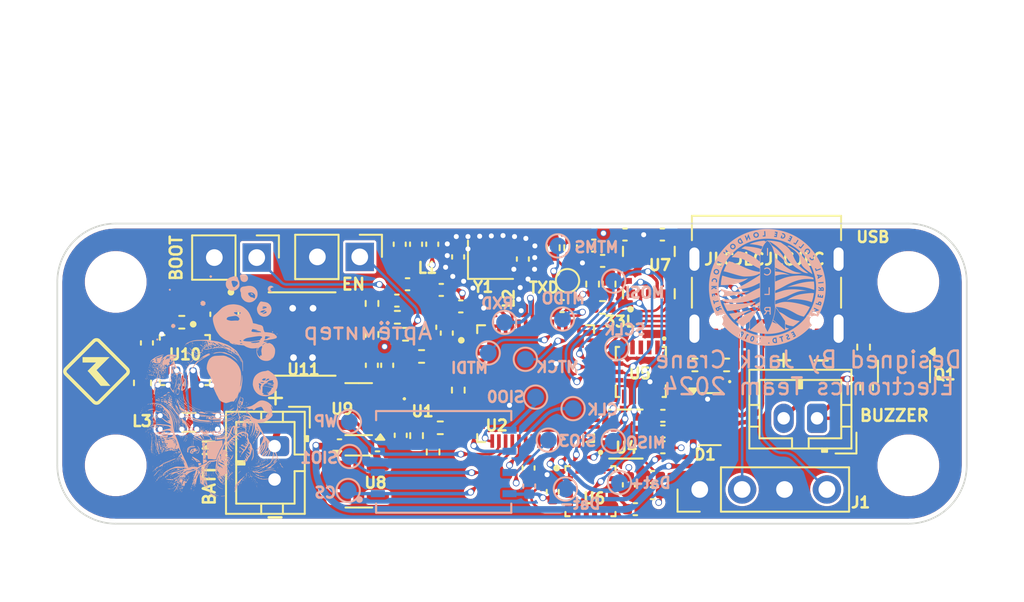
<source format=kicad_pcb>
(kicad_pcb (version 20240108) (generator "pcbnew") (generator_version "8.0")
  (layers (0 "F.Cu" signal) (1 "In1.Cu" signal) (2 "In2.Cu" signal) (31 "B.Cu" signal) (34 "B.Paste" user) (35 "F.Paste" user) (36 "B.SilkS" user "B.Silkscreen") (37 "F.SilkS" user "F.Silkscreen") (38 "B.Mask" user) (39 "F.Mask" user) (44 "Edge.Cuts" user))
  (net 0 "")
  (net 1 "GND")
  (net 2 "Net-(3V3LED1-A)")
  (net 3 "/BOOT")
  (net 4 "/CHIP_PU")
  (net 5 "+3V3")
  (net 7 "Net-(U2-XTAL_N)")
  (net 8 "Net-(C14-Pad1)")
  (net 9 "Net-(U6-CAP)")
  (net 10 "VBUS")
  (net 11 "/power/BBIN")
  (net 12 "/power/BIAS")
  (net 13 "/power/BBOUT")
  (net 14 "Net-(C6-Pad1)")
  (net 15 "/Data-")
  (net 16 "/Data+")
  (net 17 "Net-(U7-REGOUT)")
  (net 18 "Net-(J4-Pin_1)")
  (net 19 "Net-(J1-Pin_2)")
  (net 20 "Net-(J1-Pin_4)")
  (net 21 "Net-(J3-CC1)")
  (net 23 "Net-(J3-CC2)")
  (net 24 "/power/LX1")
  (net 25 "/power/LX2")
  (net 27 "Net-(U2-XTAL_P)")
  (net 28 "Net-(TXLED1-A)")
  (net 29 "/BattVolt")
  (net 30 "/power/SEL")
  (net 31 "/power/FBIn")
  (net 32 "/TXD")
  (net 33 "Net-(USBLED1-A)")
  (net 34 "/MOSI")
  (net 35 "/MISO")
  (net 48 "/RXD")
  (net 49 "Net-(U2-GPIO21)")
  (net 50 "Net-(U2-MTCK{slash}JTAG{slash}GPIO39)")
  (net 51 "/Accel")
  (net 53 "/IMU/Magnetometer")
  (net 74 "Net-(IC2-SI{slash}SIO0)")
  (net 75 "Net-(IC2-WP#{slash}SIO2)")
  (net 76 "Net-(IC2-SCLK)")
  (net 77 "Net-(IC2-SO{slash}SIO1)")
  (net 78 "Net-(IC2-CS#)")
  (net 79 "Net-(IC2-HOLD#{slash}SIO3)")
  (net 80 "Net-(U1-R)")
  (net 81 "Net-(U1-B)")
  (net 82 "Net-(U1-G)")
  (net 86 "Net-(U2-GPIO1{slash}ADC1_CH0)")
  (net 87 "Net-(U2-GPIO2{slash}ADC1_CH1)")
  (net 88 "Net-(U2-GPIO4{slash}ADC1_CH3)")
  (net 89 "/SCLK")
  (net 90 "Net-(U2-MTDO{slash}JTAG{slash}GPIO40)")
  (net 91 "/Buzzer")
  (net 92 "/Accel{slash}Gyro")
  (net 93 "Net-(J2-Pin_1)")
  (net 94 "Net-(U2-MTDI{slash}JTAG{slash}GPIO41)")
  (net 95 "Net-(U2-MTMS{slash}JTAG{slash}GPIO42)")
  (net 96 "Net-(U2-U0TXD{slash}PROG{slash}GPIO43)")
  (footprint "Resistor_SMD:R_0402_1005Metric" (layer "F.Cu") (at 113.76 86.45 -90)
    (property "Reference" "TXLED1" (hide yes))
    (property "Value" "TX_LED")
  )
  (footprint "Inductor_SMD:L_0805_2012Metric" (layer "F.Cu") (at 90.8875 96.925)
    (property "Reference" "L3")
    (property "Value" "1uH")
  )
  (footprint "Crystal:Crystal_SMD_2016-4Pin_2.0x1.6mm" (layer "F.Cu") (at 108.96 87.17)
    (property "Reference" "Y1")
    (property "Value" "40MHz±10ppm")
  )
  (footprint "Inductor_SMD:L_0402_1005Metric" (layer "F.Cu") (at 109.29 89.47 90)
    (property "Reference" "L2")
    (property "Value" "20nH")
  )
  (footprint "iclr:PQFN50P300X300X100-16N" (layer "F.Cu") (at 114.95 101.05)
    (property "Reference" "U6")
    (property "Value" "MMC5983MA")
  )
  (footprint "iclr:SOIC127P599X175-9N" (layer "F.Cu") (at 97.67 91.625)
    (property "Reference" "U11")
    (property "Value" "SC4215")
  )
  (footprint "Capacitor_SMD:C_0402_1005Metric" (layer "F.Cu") (at 106.01 88.98 180)
    (property "Reference" "C8" (hide yes))
    (property "Value" "10nF")
  )
  (footprint "iclr:USB_C_Receptacle_Palconn_UTC16-G" (layer "F.Cu") (at 125.5 89.375 180)
    (property "Reference" "J3" (hide yes))
    (property "Value" "USB_C_Receptacle_USB2.0")
  )
  (footprint "Capacitor_SMD:C_0402_1005Metric" (layer "F.Cu") (at 106.34 91.57 90)
    (property "Reference" "C2" (hide yes))
    (property "Value" "1uF")
  )
  (footprint "Capacitor_SMD:C_0402_1005Metric" (layer "F.Cu") (at 119.26 85.66)
    (property "Reference" "C24" (hide yes))
    (property "Value" "0.47uF")
  )
  (footprint "Capacitor_SMD:C_0402_1005Metric" (layer "F.Cu") (at 113.25 89.95 180)
    (property "Reference" "C11" (hide yes))
    (property "Value" "0.1uF")
  )
  (footprint "Capacitor_SMD:C_0402_1005Metric" (layer "F.Cu") (at 93.495 90.42 90)
    (property "Reference" "C32" (hide yes))
    (property "Value" "10uF")
  )
  (footprint "Connector_JST:JST_PH_B2B-PH-K_1x02_P2.00mm_Vertical" (layer "F.Cu") (at 128.53 96.68 180)
    (property "Reference" "J2" (hide yes))
    (property "Value" "Conn_01x02_Male")
  )
  (footprint "Capacitor_SMD:C_0402_1005Metric" (layer "F.Cu") (at 105.47 86.24 90)
    (property "Reference" "C1" (hide yes))
    (property "Value" "10uF")
  )
  (footprint "Connector_PinHeader_2.54mm:PinHeader_1x02_P2.54mm_Vertical" (layer "F.Cu") (at 101.125 87 -90)
    (property "Reference" "ENJUMPER1" (hide yes))
    (property "Value" "Conn_01x02_Male")
  )
  (footprint "TestPoint:TestPoint_Pad_D1.0mm" (layer "F.Cu") (at 113.575 88.425)
    (property "Reference" "TP1" (hide yes))
    (property "Value" "TestPoint")
  )
  (footprint "Connector_JST:JST_PH_B2B-PH-K_1x02_P2.00mm_Vertical" (layer "F.Cu") (at 96.02 98.35 -90)
    (property "Reference" "J4" (hide yes))
    (property "Value" "Conn_01x02_Male")
  )
  (footprint "Capacitor_SMD:C_0402_1005Metric" (layer "F.Cu") (at 103.58 97.7 -90)
    (property "Reference" "C25" (hide yes))
    (property "Value" "0.1uF")
  )
  (footprint "Capacitor_SMD:C_0402_1005Metric" (layer "F.Cu") (at 101.85 93.5 90)
    (property "Reference" "C34" (hide yes))
    (property "Value" "10uF")
  )
  (footprint "Resistor_SMD:R_0402_1005Metric" (layer "F.Cu") (at 104.83 92.97)
    (property "Reference" "R5" (hide yes))
    (property "Value" "309")
  )
  (footprint "Resistor_SMD:R_0402_1005Metric" (layer "F.Cu") (at 105.52 98.7 -90)
    (property "Reference" "R15" (hide yes))
    (property "Value" "36k")
  )
  (footprint "Capacitor_SMD:C_0402_1005Metric" (layer "F.Cu") (at 118.66 100.2 180)
    (property "Reference" "C16" (hide yes))
    (property "Value" "100nF")
  )
  (footprint "Package_TO_SOT_SMD:SOT-23" (layer "F.Cu") (at 133.74 93.8675 -90)
    (property "Reference" "Q1")
    (property "Value" "PMV20ENR")
  )
  (footprint "Capacitor_SMD:C_0402_1005Metric" (layer "F.Cu") (at 104.5 86.24 90)
    (property "Reference" "C4" (hide yes))
    (property "Value" "1uF")
  )
  (footprint "Capacitor_SMD:C_0402_1005Metric" (layer "F.Cu") (at 92.53 90.44 90)
    (property "Reference" "C33" (hide yes))
    (property "Value" "4.7uF")
  )
  (footprint "Capacitor_SMD:C_0603_1608Metric" (layer "F.Cu") (at 88.104377 94.555822 -90)
    (property "Reference" "C29" (hide yes))
    (property "Value" "10uF")
  )
  (footprint "iclr:XDCR_DPS310" (layer "F.Cu") (at 117.075 97.625 180)
    (property "Reference" "U4")
    (property "Value" "DPS368")
  )
  (footprint "Resistor_SMD:R_0402_1005Metric" (layer "F.Cu") (at 103.87 91.64)
    (property "Reference" "R1" (hide yes))
    (property "Value" "10K")
  )
  (footprint "Capacitor_SMD:C_0402_1005Metric" (layer "F.Cu") (at 117.64 102.13 180)
    (property "Reference" "C20" (hide yes))
    (property "Value" "10uF")
  )
  (footprint "Connector_PinHeader_2.54mm:PinHeader_1x04_P2.54mm_Vertical" (layer "F.Cu") (at 121.5 100.95 90)
    (property "Reference" "J1")
    (property "Value" "Conn_01x04_Male")
  )
  (footprint "MountingHole:MountingHole_3.2mm_M3_DIN965" (layer "F.Cu") (at 86.5 99.5)
    (property "Reference" "H4" (hide yes))
    (property "Value" "MountingHole_Pad")
  )
  (footprint "Package_TO_SOT_SMD:SOT-23-5" (layer "F.Cu") (at 101.07 100.47)
    (property "Reference" "U8")
    (property "Value" "XC8111")
  )
  (footprint "iclr:QFN300X300X100-16N" (layer "F.Cu") (at 117.97 93.9 -90)
    (property "Reference" "U5")
    (property "Value" "H3LIS331DLTR")
  )
  (footprint "Resistor_SMD:R_0402_1005Metric" (layer "F.Cu") (at 103.38 90.62)
    (property "Reference" "R3" (hide yes))
    (property "Value" "10K")
  )
  (footprint "Resistor_SMD:R_0402_1005Metric" (layer "F.Cu") (at 105.95 97.25)
    (property "Reference" "R7" (hide yes))
    (property "Value" "158")
  )
  (footprint "Package_TO_SOT_SMD:SOT-143" (layer "F.Cu") (at 122.11 96.73)
    (property "Reference" "D1")
    (property "Value" "SP0503BAHT")
  )
  (footprint "Resistor_SMD:R_0402_1005Metric" (layer "F.Cu") (at 131.5 94.83 -90)
    (property "Reference" "R10" (hide yes))
    (property "Value" "1k")
  )
  (footprint "Capacitor_SMD:C_0402_1005Metric" (layer "F.Cu") (at 115.68 87.24)
    (property "Reference" "C21" (hide yes))
    (property "Value" "10nF")
  )
  (footprint "Capacitor_SMD:C_0402_1005Metric" (layer "F.Cu") (at 119.29 98.42)
    (property "Reference" "C18" (hide yes))
    (property "Value" "100nF")
  )
  (footprint "iclr:rae_logo_4mm" (layer "F.Cu") (at 85.35 93.87)
    (property "Reference" "G***" (hide yes))
    (property "Value" "LOGO" (hide yes))
  )
  (footprint "Capacitor_SMD:C_0402_1005Metric" (layer "F.Cu") (at 102.77 93.5 90)
    (property "Reference" "C35" (hide yes))
    (property "Value" "0.1uF")
  )
  (footprint "Resistor_SMD:R_0402_1005Metric" (layer "F.Cu") (at 116.07 88.63 -90)
    (property "Reference" "3V3LED1" (hide yes))
    (property "Value" "3V3LED")
  )
  (footprint "Capacitor_SMD:C_0603_1608Metric" (layer "F.Cu") (at 93.175 94.367966 -90)
    (property "Reference" "C31" (hide yes))
    (property "Value" "22uF")
  )
  (footprint "Resistor_SMD:R_0402_1005Metric" (layer "F.Cu") (at 115.08 88.63 90)
    (property "Reference" "R2" (hide yes))
    (property "Value" "470")
  )
  (footprint "Resistor_SMD:R_0402_1005Metric" (layer "F.Cu") (at 101.86 89.792715 90)
    (property "Reference" "R19" (hide yes))
    (property "Value" "10k")
  )
  (footprint "Resistor_SMD:R_0402_1005Metric" (layer "F.Cu") (at 107.03 94.99 90)
    (property "Reference" "R6" (hide yes))
    (property "Value" "30")
  )
  (footprint "Package_TO_SOT_SMD:SOT-23-5" (layer "F.Cu") (at 101.06 96.13 180)
    (property "Reference" "U9")
    (property "Value" "XC8111")
  )
  (footprint "LED_SMD:LED_0402_1005Metric" (layer "F.Cu") (at 122.205 94.48 180)
    (property "Reference" "USBLED1" (hide yes))
    (property "Value" "USB_LED")
  )
  (footprint "Resistor_SMD:R_0402_1005Metric" (layer "F.Cu") (at 112.725 86.45 90)
    (property "Reference" "R9" (hide yes))
    (property "Value" "499")
  )
  (footprint "Capacitor_SMD:C_0402_1005Metric" (layer "F.Cu") (at 110.9 87.13 -90)
    (property "Reference" "C13" (hide yes))
    (property "Value" "C")
  )
  (footprint "Capacitor_SMD:C_0402_1005Metric" (layer "F.Cu") (at 105.35 91.22 90)
    (property "Reference" "C3" (hide yes))
    (property "Value" "0.1uF")
  )
  (footprint "Resistor_SMD:R_0402_1005Metric" (layer "F.Cu") (at 123.11 93.48)
    (property "Reference" "R13" (hide yes))
    (property "Value" "5.1k")
  )
  (footprint "Connector_PinHeader_2.54mm:PinHeader_1x02_P2.54mm_Vertical" (layer "F.Cu") (at 94.95 87.04 -90)
    (property "Reference" "BOOTJUMPER1" (hide yes))
    (property "Value" "Conn_01x02_Male")
  )
  (footprint "iclr:PQFN50P300X300X80-16N" (layer "F.Cu") (at 118.45 87.94 90)
    (property "Reference" "U7")
    (property "Value" "ICM-20608-G")
  )
  (footprint "Capacitor_SMD:C_0402_1005Metric" (layer "F.Cu") (at 117.25 100.67 90)
    (property "Reference" "C19" (hide yes))
    (property "Value" "1uF")
  )
  (footprint "Resistor_SMD:R_0402_1005Metric" (layer "F.Cu") (at 104.53 97.72 -90)
    (property "Reference" "R16" (hide yes))
    (property "Value" "24k")
  )
  (footprint "Capacitor_SMD:C_0402_1005Metric" (layer "F.Cu") (at 119.29 96.53)
    (property "Reference" "C17" (hide yes))
    (property "Value" "10uF")
  )
  (footprint "Capacitor_SMD:C_0402_1005Metric" (layer "F.Cu") (at 118.67 101.17)
    (property "Reference" "C15" (hide yes))
    (property "Value" "100nF")
  )
  (footprint "Inductor_SMD:L_0402_1005Metric" (layer "F.Cu") (at 103.98 87.66)
    (property "Reference" "L1")
    (property "Value" "2.0nH")
  )
  (footprint "Resistor_SMD:R_0402_1005Metric" (layer "F.Cu") (at 90.46 90.917966 180)
    (property "Reference" "R17" (hide yes))
    (property "Value" "14k")
  )
  (footprint "Capacitor_SMD:C_0402_1005Metric" (layer "F.Cu") (at 119.29 97.47)
    (property "Reference" "C39" (hide yes))
    (property "Value" "1uF")
  )
  (footprint "Capacitor_SMD:C_0402_1005Metric" (layer "F.Cu") (at 103.35 89.62)
    (property "Reference" "C10" (hide yes))
    (property "Value" "0.1uF")
  )
  (footprint "Resistor_SMD:R_0402_1005Metric" (layer "F.Cu") (at 131.32 92.41 90)
    (property "Reference" "R12" (hide yes))
    (property "Value" "5.1k")
  )
  (footprint "MountingHole:MountingHole_3.2mm_M3_DIN965" (layer "F.Cu") (at 134 99.5)
    (property "Reference" "H1" (hide yes))
    (property "Value" "MountingHole_Pad")
  )
  (footprint "iclr:CONV_MAX77827AEFD+T" (layer "F.Cu") (at 90.642926 93.187966 -90)
    (property "Reference" "U10")
    (property "Value" "MAX77827AEFD+T")
  )
  (footprint "Resistor_SMD:R_0402_1005Metric" (layer "F.Cu") (at 101.86 91.652715 90)
    (property "Reference" "R18" (hide yes))
    (property "Value" "56k")
  )
  (footprint "Capacitor_SMD:C_0402_1005Metric" (layer "F.Cu") (at 107.02 87 90)
    (property "Reference" "C14" (hide yes))
    (property "Value" "C")
  )
  (footprint "Capacitor_SMD:C_0402_1005Metric" (layer "F.Cu") (at 115.15 86.32 180)
    (property "Reference" "C22" (hide yes))
    (property "Value" "2.2uF")
  )
  (footprint "Resistor_SMD:R_0402_1005Metric" (layer "F.Cu") (at 121.21 93.48)
    (property "Reference" "R14" (hide yes))
    (property "Value" "5.1k")
  )
  (footprint "Capacitor_SMD:C_0402_1005Metric" (layer "F.Cu") (at 107.18 89.97 180)
    (property "Reference" "C7" (hide yes))
    (property "Value" "1uF")
  )
  (footprint "Capacitor_SMD:C_0402_1005Metric" (layer "F.Cu") (at 103.52 86.24 90)
    (property "Reference" "C5" (hide yes))
    (property "Value" "0.1uF")
  )
  (footprint "Capacitor_SMD:C_0402_1005Metric" (layer "F.Cu") (at 88.37 92.16 90)
    (property "Reference" "C30" (hide yes))
    (property "Value" "1uF")
  )
  (footprint "Capacitor_SMD:C_0402_1005Metric" (layer "F.Cu") (at 103.99 88.64 180)
    (property "Reference" "C6" (hide yes))
    (property "Value" "0.1uF")
  )
  (footprint "Capacitor_SMD:C_0402_1005Metric" (layer "F.Cu") (at 111.24 99.66 -90)
    (property "Reference" "C9" (hide yes))
    (property "Value" "0.1uF")
  )
  (footprint "iclr:150044M155220" (layer "F.Cu") (at 104.85 95.11)
    (property "Reference" "U1")
    (property "Value" "150044M155220" (hide yes))
  )
  (footprint "MountingHole:MountingHole_3.2mm_M3_DIN965" (layer "F.Cu") (at 134 88.5)
    (property "Reference" "H3" (hide yes))
    (property "Value" "MountingHole_Pad")
  )
  (footprint "Resistor_SMD:R_0402_1005Metric" (layer "F.Cu") (at 115.675 90.03 180)
    (property "Reference" "R4" (hide yes))
    (property "Value" "470")
  )
  (footprint "iclr:QFN40P700X700X90-57N" (layer "F.Cu") (at 111.665 94.6)
    (property "Reference" "U2")
    (property "Value" "ESP32-S3")
  )
  (footprint "MountingHole:MountingHole_3.2mm_M3_DIN965" (layer "F.Cu") (at 86.5 88.5)
    (property "Reference" "H2" (hide yes))
    (property "Value" "MountingHole_Pad")
  )
  (footprint "Capacitor_SMD:C_0402_1005Metric" (layer "F.Cu") (at 112.69 101.08 90)
    (property "Reference" "C12" (hide yes))
    (property "Value" "1uF")
  )
  (footprint "Capacitor_SMD:C_0402_1005Metric" (layer "F.Cu") (at 102.19 98.3)
    (property "Reference" "C27" (hide yes))
    (property "Value" "0.1uF")
  )
  (footprint "Capacitor_SMD:C_0402_1005Metric" (layer "F.Cu") (at 117.02 85.66)
    (property "Reference" "C23" (hide yes))
    (property "Value" "0.1uF")
  )
  (footprint "Capacitor_SMD:C_0402_1005Metric" (layer "F.Cu") (at 99.91 98.3)
    (property "Reference" "C26" (hide yes))
    (property "Value" "0.1uF")
  )
  (footprint "TestPoint:TestPoint_Pad_D1.0mm" (layer "B.Cu") (at 116.69 100.54 90)
    (property "Reference" "TP4" (hide yes))
    (property "Value" "TestPoint")
  )
  (footprint "LOGO" (layer "B.Cu") (at 92.428161 94.756862 180)
    (property "Reference" "G***" (hide yes))
    (property "Value" "LOGO" (hide yes))
  )
  (footprint "TestPoint:TestPoint_Pad_D1.0mm" (layer "B.Cu") (at 116.34 88.45 180)
    (property "Reference" "TP12" (hide yes))
    (property "Value" "TestPoint")
  )
  (footprint "TestPoint:TestPoint_Pad_D1.0mm" (layer "B.Cu") (at 113.45 100.92 90)
    (property "Reference" "TP3" (hide yes))
    (property "Value" "TestPoint")
  )
  (footprint "LOGO" (layer "B.Cu") (at 125.55 88.83 180)
    (property "Reference" "G***" (hide yes))
    (property "Value" "LOGO" (hide yes))
  )
  (footprint "TestPoint:TestPoint_Pad_D1.0mm" (layer "B.Cu") (at 100.5 96.88 180)
    (property "Reference" "TP13" (hide yes))
    (property "Value" "TestPoint")
  )
  (footprint "TestPoint:TestPoint_Pad_D1.0mm" (layer "B.Cu") (at 113 86.34 90)
    (property "Reference" "TP19" (hide yes))
    (property "Value" "TestPoint")
  )
  (footprint "TestPoint:TestPoint_Pad_D1.0mm" (layer "B.Cu") (at 111.05 93.14 90)
    (property "Reference" "TP16" (hide yes))
    (property "Value" "TestPoint")
  )
  (footprint "TestPoint:TestPoint_Pad_D1.0mm" (layer "B.Cu") (at 108.82 92.76 90)
    (property "Reference" "TP18" (hide yes))
    (property "Value" "TestPoint")
  )
  (footprint "TestPoint:TestPoint_Pad_D1.0mm" (layer "B.Cu") (at 111.66 95.41 180)
    (property "Reference" "TP7" (hide yes))
    (property "Value" "TestPoint")
  )
  (footprint "TestPoint:TestPoint_Pad_D1.0mm" (layer "B.Cu") (at 100.43 101.01 180)
    (property "Reference" "TP20" (hide yes))
    (property "Value" "TestPoint")
  )
  (footprint "Capacitor_SMD:C_0402_1005Metric" (layer "B.Cu") (at 111.28 100.75 -90)
    (property "Reference" "C40" (hide yes))
    (property "Value" "10uF")
  )
  (footprint "TestPoint:TestPoint_Pad_D1.0mm" (layer "B.Cu") (at 113.275 90.725 90)
    (property "Reference" "TP17" (hide yes))
    (property "Value" "TestPoint")
  )
  (footprint "iclr:SON127P600X800X65-8N" (layer "B.Cu") (at 106.155 99.295)
    (property "Reference" "IC2" (hide yes))
    (property "Value" "AS5F32G04SNDA-08LIN")
  )
  (footprint "TestPoint:TestPoint_Pad_D1.0mm" (layer "B.Cu") (at 116.32 98.05 180)
    (property "Reference" "TP10" (hide yes))
    (property "Value" "TestPoint")
  )
  (footprint "TestPoint:TestPoint_Pad_D1.0mm" (layer "B.Cu") (at 116.54 92.48 180)
    (property "Reference" "TP11" (hide yes))
    (property "Value" "TestPoint")
  )
  (footprint "TestPoint:TestPoint_Pad_D1.0mm" (layer "B.Cu") (at 100.52 98.97 180)
    (property "Reference" "TP15" (hide yes))
    (property "Value" "TestPoint")
  )
  (footprint "TestPoint:TestPoint_Pad_D1.0mm" (layer "B.Cu") (at 112.43 97.99 180)
    (property "Reference" "TP21" (hide yes))
    (property "Value" "TestPoint")
  )
  (footprint "TestPoint:TestPoint_Pad_D1.0mm" (layer "B.Cu") (at 113.91 96.1 180)
    (property "Reference" "TP14" (hide yes))
    (property "Value" "TestPoint")
  )
  (footprint "TestPoint:TestPoint_Pad_D1.0mm" (layer "B.Cu") (at 109.8 90.925 180)
    (property "Reference" "TP2" (hide yes))
    (property "Value" "TestPoint")
  )
  (gr_line (start 83 88.5) (end 83 99.5) (stroke (width 0.1)) (layer "Edge.Cuts"))
  (gr_line (start 86.5 103) (end 134 103) (stroke (width 0.1)) (layer "Edge.Cuts"))
  (gr_arc (start 134 85) (mid 136.474874 86.025126) (end 137.5 88.5) (stroke (width 0.1)) (layer "Edge.Cuts"))
  (gr_line (start 137.5 88.5) (end 137.5 99.5) (stroke (width 0.1)) (layer "Edge.Cuts"))
  (gr_arc (start 137.5 99.5) (mid 136.474874 101.974874) (end 134 103) (stroke (width 0.1)) (layer "Edge.Cuts"))
  (gr_arc (start 83 88.5) (mid 84.025126 86.025126) (end 86.5 85) (stroke (width 0.1)) (layer "Edge.Cuts"))
  (gr_arc (start 86.5 103) (mid 84.025126 101.974874) (end 83 99.5) (stroke (width 0.1)) (layer "Edge.Cuts"))
  (gr_line (start 134 85) (end 86.5 85) (stroke (width 0.1)) (layer "Edge.Cuts"))
  (gr_text "SCLK" (at 117.01 91.36 0) (layer "B.SilkS") (effects (font (size 0.65 0.65) (thickness 0.1524)) (justify mirror)))
  (gr_text "RXD" (at 110.44 90.17 0) (layer "B.SilkS") (effects (font (size 0.65 0.65) (thickness 0.1524) (bold yes)) (justify left bottom mirror)))
  (gr_text "CLK" (at 115.68 96.16 0) (layer "B.SilkS") (effects (font (size 0.65 0.65) (thickness 0.1524)) (justify mirror)))
  (gr_text "CS" (at 99.06 101.14 0) (layer "B.SilkS") (effects (font (size 0.65 0.65) (thickness 0.1524)) (justify mirror)))
  (gr_text "MTDI" (at 107.7 93.66 0) (layer "B.SilkS") (effects (font (size 0.65 0.65) (thickness 0.1524)) (justify mirror)))
  (gr_text "SIO0" (at 109.87 95.4 0) (layer "B.SilkS") (effects (font (size 0.65 0.65) (thickness 0.1524)) (justify mirror)))
  (gr_text "SIO1\n" (at 98.69 99.05 0) (layer "B.SilkS") (effects (font (size 0.65 0.65) (thickness 0.1524)) (justify mirror)))
  (gr_text "MTMS" (at 115.31 86.42 0) (layer "B.SilkS") (effects (font (size 0.65 0.65) (thickness 0.1524)) (justify mirror)))
  (gr_text "MISO" (at 118.26 98.14 0) (layer "B.SilkS") (effects (font (size 0.65 0.65) (thickness 0.1524)) (justify mirror)))
  (gr_text "MTCK\n" (at 112.98 93.61 0) (layer "B.SilkS") (effects (font (size 0.65 0.65) (thickness 0.1524)) (justify mirror)))
  (gr_text "Dat-\n\n" (at 115.64 103.23 0) (layer "B.SilkS") (effects (font (size 0.65 0.65) (thickness 0.1524) (bold yes)) (justify left bottom mirror)))
  (gr_text "SIO3" (at 114.17 98.04 0) (layer "B.SilkS") (effects (font (size 0.65 0.65) (thickness 0.1524)) (justify mirror)))
  (gr_text "WP" (at 99.08 96.86 0) (layer "B.SilkS") (effects (font (size 0.65 0.65) (thickness 0.1524)) (justify mirror)))
  (gr_text "MTDO" (at 113.32 89.49 0) (layer "B.SilkS") (effects (font (size 0.65 0.65) (thickness 0.1524)) (justify mirror)))
  (gr_text "Dat+\n" (at 119.85 100.94 0) (layer "B.SilkS") (effects (font (size 0.65 0.65) (thickness 0.1524) (bold yes)) (justify left bottom mirror)))
  (gr_text "MOSI" (at 118.2 89.15 0) (layer "B.SilkS") (effects (font (size 0.65 0.65) (thickness 0.1524)) (justify mirror)))
  (gr_text "Designed By Jack Crane\nElectronics Team 2024" (at 128.01 93.97 0) (layer "B.SilkS") (effects (font (size 1 1)) (justify mirror)))
  (gr_text "Артёмитер" (at 101.61 91.46 0) (layer "B.SilkS") (effects (font (size 1 1)) (justify mirror)))
  (gr_text "BATT IN" (at 92.52 101.99 90) (layer "F.SilkS") (effects (font (size 0.7 0.7) (thickness 0.1524) (bold yes)) (justify left bottom)))
  (gr_text "-\n" (at 128.06 93.72 0) (layer "F.SilkS") (effects (font (size 1 1)) (justify left bottom)))
  (gr_text "+" (at 95.36 95.97 0) (layer "F.SilkS") (effects (font (size 1 1)) (justify left bottom)))
  (gr_text "BUZZER" (at 131.01 96.92 0) (layer "F.SilkS") (effects (font (size 0.7 0.7) (thickness 0.1524) (bold yes)) (justify left bottom)))
  (gr_text "TXD\n\n" (at 111.18 90.27 0) (layer "F.SilkS") (effects (font (size 0.65 0.65) (thickness 0.1524) (bold yes)) (justify left bottom)))
  (gr_text "-" (at 95.33 103.13 0) (layer "F.SilkS") (effects (font (size 1 1)) (justify left bottom)))
  (gr_text "EN" (at 99.96 89.05 0) (layer "F.SilkS") (effects (font (size 0.7 0.7) (thickness 0.1524) (bold yes)) (justify left bottom)))
  (gr_text "33L\n\n" (at 115.72 92.31 0) (layer "F.SilkS") (effects (font (size 0.65 0.65) (thickness 0.1524) (bold yes)) (justify left bottom)))
  (gr_text "JLCJLCJLCJLC" (at 121.68 87.55 0) (layer "F.SilkS") (effects (font (size 0.7 0.7) (thickness 0.1524) (bold yes)) (justify left bottom)))
  (gr_text "+\n" (at 125.81 93.71 0) (layer "F.SilkS") (effects (font (size 1 1)) (justify left bottom)))
  (gr_text "BOOT" (at 90.53 88.52 90) (layer "F.SilkS") (effects (font (size 0.7 0.7) (thickness 0.1524) (bold yes)) (justify left bottom)))
  (gr_text "USB" (at 130.8 86.19 0) (layer "F.SilkS") (effects (font (size 0.65 0.65) (thickness 0.1524) (bold yes)) (justify left bottom)))
  (segment (start 113.42 89.3) (end 112.77 89.95) (width 0.15) (layer "F.Cu") (net 1))
  (segment (start 118.689 93.73) (end 118.689 94.321) (width 0.15) (layer "F.Cu") (net 1))
  (segment (start 103.545 88.62) (end 103.54 88.625) (width 0.15) (layer "F.Cu") (net 1))
  (segment (start 115.467058 88.647942) (end 115.464117 88.645) (width 0.15) (layer "F.Cu") (net 1))
  (segment (start 93.171 95.608966) (end 93.188 95.591966) (width 1) (layer "F.Cu") (net 1))
  (segment (start 118.689 93.419) (end 118.38 93.11) (width 0.15) (layer "F.Cu") (net 1))
  (segment (start 115.464117 88.645) (end 114.380305 88.645) (width 0.15) (layer "F.Cu") (net 1))
  (segment (start 118.18 100.13) (end 118.2 100.11) (width 0.15) (layer "F.Cu") (net 1))
  (segment (start 118.875 93.4) (end 118.689 93.586) (width 0.15) (layer "F.Cu") (net 1))
  (segment (start 107.02 86.52) (end 107.61 86.52) (width 0.2) (layer "F.Cu") (net 1))
  (segment (start 90.640705 94.287356) (end 90.640705 95.419131) (width 0.36) (layer "F.Cu") (net 1))
  (segment (start 116.97 92.83) (end 117.22 93.08) (width 0.15) (layer "F.Cu") (net 1))
  (segment (start 90.642926 95.419741) (end 90.634701 95.427966) (width 0.25) (layer "F.Cu") (net 1))
  (segment (start 117.19 87.94) (end 117.593432 87.94) (width 0.25) (layer "F.Cu") (net 1))
  (segment (start 118.18 101.08) (end 118.18 101.3) (width 0.15) (layer "F.Cu") (net 1))
  (segment (start 114.380305 88.645) (end 113.725305 89.3) (width 0.15) (layer "F.Cu") (net 1))
  (segment (start 118.38 93.11) (end 118.67 93.4) (width 0.15) (layer "F.Cu") (net 1))
  (segment (start 116.97 92.43) (end 116.97 92.83) (width 0.15) (layer "F.Cu") (net 1))
  (segment (start 118.689 93.73) (end 118.689 93.419) (width 0.15) (layer "F.Cu") (net 1))
  (segment (start 88.052537 95.608966) (end 93.171 95.608966) (width 1) (layer "F.Cu") (net 1))
  (segment (start 118.689 93.586) (end 118.689 93.73) (width 0.15) (layer "F.Cu") (net 1))
  (segment (start 110.38 87.72) (end 110.79 87.72) (width 0.2) (layer "F.Cu") (net 1))
  (segment (start 113.725305 89.3) (end 113.42 89.3) (width 0.15) (layer "F.Cu") (net 1))
  (segment (start 107.61 86.52) (end 108.16 86.52) (width 0.2) (layer "F.Cu") (net 1))
  (segment (start 116.1 88.015) (end 115.467058 88.647942) (width 0.15) (layer "F.Cu") (net 1))
  (segment (start 117.22 93.08) (end 118.35 93.08) (width 0.15) (layer "F.Cu") (net 1))
  (segment (start 103.525 98.21) (end 103.54 98.225) (width 0.4) (layer "F.Cu") (net 1))
  (segment (start 118.35 93.08) (end 118.38 93.11) (width 0.15) (layer "F.Cu") (net 1))
  (segment (start 110.34 87.72) (end 110.36 87.74) (width 0.2) (layer "F.Cu") (net 1))
  (segment (start 118.689 94.321) (end 118.52 94.49) (width 0.15) (layer "F.Cu") (net 1))
  (segment (start 118.67 93.4) (end 119.44 93.4) (width 0.15) (layer "F.Cu") (net 1))
  (segment (start 109.66 87.72) (end 110.34 87.72) (width 0.2) (layer "F.Cu") (net 1))
  (segment (start 119.44 93.4) (end 118.875 93.4) (width 0.15) (layer "F.Cu") (net 1))
  (segment (start 110.36 87.74) (end 110.38 87.72) (width 0.2) (layer "F.Cu") (net 1))
  (via (at 110.36 87.74) (size 0.4) (drill 0.3) (layers "F.Cu" "B.Cu") (net 1))
  (via (at 108.55 90.07) (size 0.4) (drill 0.3) (layers "F.Cu" "B.Cu") (net 1))
  (via (at 112.9 93.4) (size 0.4) (drill 0.3) (layers "F.Cu" "B.Cu") (net 1))
  (via (at 89.26 91.627966) (size 0.6) (drill 0.3) (layers "F.Cu" "B.Cu") (net 1))
  (via (at 114.47 87.36) (size 0.4) (drill 0.3) (layers "F.Cu" "B.Cu") (net 1))
  (via (at 111.6 87.74) (size 0.4) (drill 0.3) (layers "F.Cu" "B.Cu") (net 1))
  (via (at 107.91 88.87) (size 0.4) (drill 0.3) (layers "F.Cu" "B.Cu") (net 1))
  (via (at 109.71 85.72) (size 0.4) (drill 0.3) (layers "F.Cu" "B.Cu") (net 1))
  (via (at 97.105 90.08) (size 0.8) (drill 0.4) (layers "F.Cu" "B.Cu") (net 1))
  (via (at 121.97 95.53) (size 0.4) (drill 0.3) (layers "F.Cu" "B.Cu") (net 1))
  (via (at 110.65 89.54) (size 0.4) (drill 0.3) (layers "F.Cu" "B.Cu") (net 1))
  (via (at 107.61 86.52) (size 0.4) (drill 0.3) (layers "F.Cu" "B.Cu") (net 1))
  (via (at 110.4 85.78) (size 0.4) (drill 0.3) (layers "F.Cu" "B.Cu") (net 1))
  (via (at 106.27 87.62) (size 0.4) (drill 0.3) (layers "F.Cu" "B.Cu") (net 1))
  (via (at 97.155 93.04) (size 0.8) (drill 0.4) (layers "F.Cu" "B.Cu") (net 1))
  (via (at 106.37 86.22) (size 0.4) (drill 0.3) (layers "F.Cu" "B.Cu") (net 1))
  (via (at 110.74 88.84) (size 0.4) (drill 0.3) (layers "F.Cu" "B.Cu") (net 1))
  (via (at 108.31 85.76) (size 0.4) (drill 0.3) (layers "F.Cu" "B.Cu") (net 1))
  (via (at 111.62 86.34) (size 0.4) (drill 0.3) (layers "F.Cu" "B.Cu") (net 1))
  (via (at 111.21 88.33) (size 0.4) (drill 0.3) (layers "F.Cu" "B.Cu") (net 1))
  (via (at 98.295 93.04) (size 0.8) (drill 0.4) (layers "F.Cu" "B.Cu") (net 1))
  (via (at 111.61 87.04) (size 0.4) (drill 0.3) (layers "F.Cu" "B.Cu") (net 1))
  (via (at 110.1 95.9) (size 0.4) (drill 0.3) (layers "F.Cu" "B.Cu") (net 1))
  (via (at 111.078307 85.890978) (size 0.4) (drill 0.3) (layers "F.Cu" "B.Cu") (net 1))
  (via (at 118.52 94.49) (size 0.4) (drill 0.3) (layers "F.Cu" "B.Cu") (net 1))
  (via (at 118.14 85.67) (size 0.4) (drill 0.3) (layers "F.Cu" "B.Cu") (net 1))
  (via (at 107.61 85.78) (size 0.4) (drill 0.3) (layers "F.Cu" "B.Cu") (net 1))
  (via (at 106.91 85.78) (size 0.4) (drill 0.3) (layers "F.Cu" "B.Cu") (net 1))
  (via (at 107.35 88.46) (size 0.4) (drill 0.3) (layers "F.Cu" "B.Cu") (net 1))
  (via (at 110.8 90.225) (size 0.4) (drill 0.3) (layers "F.Cu" "B.Cu") (net 1))
  (via (at 109.01 85.74) (size 0.4) (drill 0.3) (layers "F.Cu" "B.Cu") (net 1))
  (via (at 106.37 86.92) (size 0.4) (drill 0.3) (layers "F.Cu" "B.Cu") (net 1))
  (via (at 106.7 88.17) (size 0.4) (drill 0.3) (layers "F.Cu" "B.Cu") (net 1))
  (via (at 98.325 90.08) (size 0.8) (drill 0.4) (layers "F.Cu" "B.Cu") (net 1))
  (via (at 108.38 89.39) (size 0.4) (drill 0.3) (layers "F.Cu" "B.Cu") (net 1))
  (via (at 112.35 100.06) (size 0.4) (drill 0.3) (layers "F.Cu" "B.Cu") (net 1))
  (arc (start 117.593432 87.94) (mid 117.645694 87.929604) (end 117.69 87.9) (width 0.25) (layer "F.Cu") (net 1))
  (segment (start 116.1 89.915) (end 116.16 89.975) (width 0.15) (layer "F.Cu") (net 2))
  (segment (start 116.1 89.035) (end 116.1 89.915) (width 0.15) (layer "F.Cu") (net 2))
  (segment (start 102.45 88.65) (end 102.3 88.65) (width 0.15) (layer "F.Cu") (net 3))
  (segment (start 102.87 89.07) (end 102.775 88.975) (width 0.15) (layer "F.Cu") (net 3))
  (segment (start 107.197107 93.307107) (end 106.626446 92.736446) (width 0.15) (layer "F.Cu") (net 3))
  (segment (start 102.775 88.975) (end 102.45 88.65) (width 0.15) (layer "F.Cu") (net 3))
  (segment (start 103.87 90.62) (end 102.87 89.62) (width 0.15) (layer "F.Cu") (net 3))
  (segment (start 105.853553 92.443553) (end 105.826446 92.416446) (width 0.15) (layer "F.Cu") (net 3))
  (segment (start 103.855 90.655) (end 103.89 90.62) (width 0.15) (layer "F.Cu") (net 3))
  (segment (start 108.22 93.6) (end 107.904214 93.6) (width 0.15) (layer "F.Cu") (net 3))
  (segment (start 105.472893 92.27) (end 104.355 92.27) (width 0.15) (layer "F.Cu") (net 3))
  (segment (start 106.272893 92.59) (end 106.207107 92.59) (width 0.15) (layer "F.Cu") (net 3))
  (segment (start 102.87 89.62) (end 102.87 89.07) (width 0.15) (layer "F.Cu") (net 3))
  (segment (start 103.855 91.77) (end 103.855 90.655) (width 0.15) (layer "F.Cu") (net 3))
  (segment (start 103.89 90.62) (end 103.87 90.62) (width 0.15) (layer "F.Cu") (net 3))
  (via (at 102.3 88.65) (size 0.4) (drill 0.3) (layers "F.Cu" "B.Cu") (net 3))
  (arc (start 107.904214 93.6) (mid 107.52153 93.52388) (end 107.197107 93.307107) (width 0.15) (layer "F.Cu") (net 3))
  (arc (start 106.207107 92.59) (mid 106.015765 92.55194) (end 105.853553 92.443553) (width 0.15) (layer "F.Cu") (net 3))
  (arc (start 105.826446 92.416446) (mid 105.664234 92.30806) (end 105.472893 92.27) (width 0.15) (layer "F.Cu") (net 3))
  (arc (start 104.355 92.27) (mid 104.001447 92.123553) (end 103.855 91.77) (width 0.15) (layer "F.Cu") (net 3))
  (arc (start 106.626446 92.736446) (mid 106.464234 92.62806) (end 106.272893 92.59) (width 0.15) (layer "F.Cu") (net 3))
  (segment (start 96.432721 88.522721) (end 94.95 87.04) (width 0.15) (layer "B.Cu") (net 3))
  (segment (start 102.3 88.65) (end 96.74 88.65) (width 0.15) (layer "B.Cu") (net 3))
  (arc (start 96.74 88.65) (mid 96.573702 88.616921) (end 96.432721 88.522721) (width 0.15) (layer "B.Cu") (net 3))
  (segment (start 105.35 91.7) (end 104.44 91.7) (width 0.15) (layer "F.Cu") (net 4))
  (segment (start 104.38 91.02) (end 104.6 90.8) (width 0.15) (layer "F.Cu") (net 4))
  (segment (start 105.99 91.7) (end 105.35 91.7) (width 0.15) (layer "F.Cu") (net 4))
  (segment (start 107.387107 92.907107) (end 106.53 92.05) (width 0.15) (layer "F.Cu") (net 4))
  (segment (start 106.34 92.05) (end 105.99 91.7) (width 0.15) (layer "F.Cu") (net 4))
  (segment (start 106.53 92.05) (end 106.34 92.05) (width 0.15) (layer "F.Cu") (net 4))
  (segment (start 104.38 91.02) (end 104.38 91.64) (width 0.15) (layer "F.Cu") (net 4))
  (segment (start 104.44 91.7) (end 104.38 91.64) (width 0.15) (layer "F.Cu") (net 4))
  (segment (start 108.22 93.2) (end 108.094214 93.2) (width 0.15) (layer "F.Cu") (net 4))
  (via (at 104.6 90.8) (size 0.4) (drill 0.3) (layers "F.Cu" "B.Cu") (net 4))
  (arc (start 107.387107 92.907107) (mid 107.71153 93.12388) (end 108.094214 93.2) (width 0.15) (layer "F.Cu") (net 4))
  (segment (start 101.125 87) (end 101.45 87) (width 0.15) (layer "B.Cu") (net 4))
  (segment (start 101.45 87) (end 104.409081 89.959081) (width 0.15) (layer "B.Cu") (net 4))
  (segment (start 104.6 90.42) (end 104.6 90.8) (width 0.15) (layer "B.Cu") (net 4))
  (arc (start 104.409081 89.959081) (mid 104.550382 90.170552) (end 104.6 90.42) (width 0.15) (layer "B.Cu") (net 4))
  (segment (start 118.225 98.305) (end 117.93 98.6) (width 0.2) (layer "F.Cu") (net 5))
  (segment (start 115.7 99.775) (end 116.505 99.775) (width 0.15) (layer "F.Cu") (net 5))
  (segment (start 111.24 99.18) (end 111.065 99.005) (width 0.15) (layer "F.Cu") (net 5))
  (segment (start 108.51 91.15) (end 109.06 91.15) (width 0.2) (layer "F.Cu") (net 5))
  (segment (start 119.77 96.59) (end 119.77 95.07) (width 0.2) (layer "F.Cu") (net 5))
  (segment (start 117.8 98.86) (end 117.8 98.6) (width 0.15) (layer "F.Cu") (net 5))
  (segment (start 111.065 99.005) (end 111.065 98.71) (width 0.15) (layer "F.Cu") (net 5))
  (segment (start 119.495 92.455) (end 120.08 93.04) (width 0.15) (layer "F.Cu") (net 5))
  (segment (start 113.065 90.615) (end 113.065 91.155) (width 0.15) (layer "F.Cu") (net 5))
  (segment (start 118.225 97.525) (end 118.225 98.305) (width 0.2) (layer "F.Cu") (net 5))
  (segment (start 119.77 96.59) (end 119.77 97.83) (width 0.15) (layer "F.Cu") (net 5))
  (segment (start 104.5 86.72) (end 105.47 86.72) (width 0.2) (layer "F.Cu") (net 5))
  (segment (start 110.5 100.56) (end 110.5 100.06) (width 0.15) (layer "F.Cu") (net 5))
  (segment (start 119.38 94.065) (end 119.52 93.925) (width 0.2) (layer "F.Cu") (net 5))
  (segment (start 107.27 89.17) (end 107.08 88.98) (width 0.2) (layer "F.Cu") (net 5))
  (segment (start 119.38 94.285) (end 119.38 94.065) (width 0.2) (layer "F.Cu") (net 5))
  (segment (start 119.8 98.45) (end 119.77 98.42) (width 0.15) (layer "F.Cu") (net 5))
  (segment (start 120.39 98.45) (end 119.8 98.45) (width 0.15) (layer "F.Cu") (net 5))
  (segment (start 116.715 88.5325) (end 117.42 89.2375) (width 0.2) (layer "F.Cu") (net 5))
  (segment (start 107.66 89.97) (end 107.66 90.3) (width 0.2) (layer "F.Cu") (net 5))
  (segment (start 116.92 100.19) (end 117.25 100.19) (width 0.15) (layer "F.Cu") (net 5))
  (segment (start 103.690919 94.750919) (end 104.45 95.51) (width 0.15) (layer "F.Cu") (net 5))
  (segment (start 102.613814 92.380492) (end 102.619508 92.380492) (width 0.25) (layer "F.Cu") (net 5))
  (segment (start 130.34 94.32) (end 131.5 94.32) (width 0.25) (layer "F.Cu") (net 5))
  (segment (start 111.065 98.71) (end 111.065 98.045) (width 0.15) (layer "F.Cu") (net 5))
  (segment (start 113.120191 101.02981) (end 113.12 101.03) (width 0.15) (layer "F.Cu") (net 5))
  (segment (start 107.27 89.58) (end 107.66 89.97) (width 0.2) (layer "F.Cu") (net 5))
  (segment (start 120.08 93.04) (end 120.08 93.76) (width 0.15) (layer "F.Cu") (net 5))
  (segment (start 116.665 87.745) (end 116.665 88.4825) (width 0.2) (layer "F.Cu") (net 5))
  (segment (start 102.613814 90.806186) (end 102.84 90.58) (width 0.25) (layer "F.Cu") (net 5))
  (segment (start 117.25 99.63) (end 117.25 100.19) (width 0.15) (layer "F.Cu") (net 5))
  (segment (start 107.27 89.17) (end 107.27 89.58) (width 0.2) (layer "F.Cu") (net 5))
  (segment (start 109.06 91.15) (end 109.065 91.155) (width 0.2) (layer "F.Cu") (net 5))
  (segment (start 119.14 101.16) (end 119.15 101.17) (width 0.15) (layer "F.Cu") (net 5))
  (segment (start 116.665 88.4825) (end 116.715 88.5325) (width 0.2) (layer "F.Cu") (net 5))
  (segment (start 120.08 93.76) (end 119.94 93.9) (width 0.15) (layer "F.Cu") (net 5))
  (segment (start 103.5 94.004558) (end 103.5 94.29) (width 0.15) (layer "F.Cu") (net 5))
  (segment (start 117.42 89.2375) (end 117.42 89.2925) (width 0.2) (layer "F.Cu") (net 5))
  (segment (start 107.08 88.98) (end 106.49 88.98) (width 0.2) (layer "F.Cu") (net 5))
  (segment (start 114.44 89.24) (end 113.065 90.615) (width 0.15) (layer "F.Cu") (net 5))
  (segment (start 102.613814 92.380492) (end 102.613814 90.806186) (width 0.25) (layer "F.Cu") (net 5))
  (segment (start 117.8 97.3) (end 118 97.3) (width 0.2) (layer "F.Cu") (net 5))
  (segment (start 115.125 89.035) (end 115.125 89.96) (width 0.15) (layer "F.Cu") (net 5))
  (segment (start 109.465 91.155) (end 109.065 91.155) (width 0.2) (layer "F.Cu") (net 5))
  (segment (start 105.47 86.72) (end 105.47 87.48) (width 0.2) (layer "F.Cu") (net 5))
  (segment (start 111.065 99.0863) (end 111.065 98.71) (width 0.15) (layer "F.Cu") (net 5))
  (segment (start 112.7 101.45) (end 113.12 101.03) (width 0.15) (layer "F.Cu") (net 5))
  (segment (start 128.304213 94.905787) (end 126.53 96.68) (width 0.25) (layer "F.Cu") (net 5))
  (segment (start 116.715 88.5325) (end 117.16 88.5325) (width 0.2) (layer "F.Cu") (net 5))
  (segment (start 117.93 98.6) (end 117.8 98.6) (width 0.2) (layer "F.Cu") (net 5))
  (segment (start 119.77 97.83) (end 119.77 97.47) (width 0.15) (layer "F.Cu") (net 5))
  (segment (start 119.77 98.42) (end 119.77 97.83) (width 0.15) (layer "F.Cu") (net 5))
  (segment (start 115.125 89.96) (end 115.14 89.975) (width 0.15) (layer "F.Cu") (net 5))
  (segment (start 119.05 92.455) (end 119.495 92.455) (width 0.15) (layer "F.Cu") (net 5))
  (segment (start 102.619508 92.380492) (end 103.36 91.64) (width 0.25) (layer "F.Cu") (net 5))
  (segment (start 118 97.3) (end 118.225 97.525) (width 0.2) (layer "F.Cu") (net 5))
  (segment (start 116.505 99.775) (end 116.92 100.19) (width 0.15) (layer "F.Cu") (net 5))
  (segment (start 114.5 89.24) (end 114.44 89.24) (width 0.15) (layer "F.Cu") (net 5))
  (segment (start 119.94 93.9) (end 119.44 93.9) (width 0.15) (layer "F.Cu") (net 5))
  (segment (start 119.04 101.73) (end 119.15 101.62) (width 0.15) (layer "F.Cu") (net 5))
  (segment (start 119.52 94.425) (end 119.38 94.285) (width 0.2) (layer "F.Cu") (net 5))
  (segment (start 107.66 90.3) (end 108.51 91.15) (width 0.2) (layer "F.Cu") (net 5))
  (segment (start 119.52 94.82) (end 119.52 94.425) (width 0.2) (layer "F.Cu") (net 5))
  (segment (start 119.14 100.2) (end 119.14 101.16) (width 0.15) (layer "F.Cu") (net 5))
  (segment (start 119.15 101.62) (end 119.15 101.17) (width 0.15) (layer "F.Cu") (net 5))
  (segment (start 110.598995 99.821005) (end 110.875 99.545) (width 0.15) (layer "F.Cu") (net 5))
  (segment (start 114.741421 89.14) (end 115.08 89.14) (width 0.15) (layer "F.Cu") (net 5))
  (segment (start 103.52 86.72) (end 104.5 86.72) (width 0.2) (layer "F.Cu") (net 5))
  (segment (start 119.14 100.2) (end 117.8 98.86) (width 0.15) (layer "F.Cu") (net 5))
  (segment (start 103.52 86.72) (end 103.52 87.635) (width 0.2) (layer "F.Cu") (net 5))
  (segment (start 102.77 93.02) (end 103.32 93.57) (width 0.15) (layer "F.Cu") (net 5))
  (segment (start 112.1 101.45) (end 112.7 101.45) (width 0.2) (layer "F.Cu") (net 5))
  (segment (start 130.34 94.32) (end 129.718427 94.32) (width 0.25) (layer "F.Cu") (net 5))
  (segment (start 116.16 87.24) (end 116.665 87.745) (width 0.2) (layer "F.Cu") (net 5))
  (segment (start 119.77 95.07) (end 119.52 94.82) (width 0.2) (layer "F.Cu") (net 5))
  (via (at 115.73 85.58) (size 0.4) (drill 0.3) (layers "F.Cu" "B.Cu") (net 5))
  (via (at 110.5 100.56) (size 0.4) (drill 0.3) (layers "F.Cu" "B.Cu") (net 5))
  (via (at 102.613814 92.380492) (size 0.4) (drill 0.3) (layers "F.Cu" "B.Cu") (net 5))
  (via (at 105.47 87.48) (size 0.4) (drill 0.3) (layers "F.Cu" "B.Cu") (net 5))
  (via (at 114.5 89.24) (size 0.4) (drill 0.3) (layers "F.Cu" "B.Cu") (net 5))
  (via (at 112.1 101.45) (size 0.4) (drill 0.3) (layers "F.Cu" "B.Cu") (net 5))
  (via (at 119.04 101.73) (size 0.4) (drill 0.3) (layers "F.Cu" "B.Cu") (net 5))
  (via (at 120.39 98.45) (size 0.4) (drill 0.3) (layers "F.Cu" "B.Cu") (net 5))
  (via (at 130.34 94.32) (size 0.4) (drill 0.3) (layers "F.Cu" "B.Cu") (net 5))
  (via (at 117.25 99.63) (size 0.4) (drill 0.3) (layers "F.Cu" "B.Cu") (net 5))
  (via (at 107.27 89.17) (size 0.4) (drill 0.3) (layers "F.Cu" "B.Cu") (net 5))
  (arc (start 103.32 93.57) (mid 103.453219 93.769377) (end 103.5 94.004558) (width 0.15) (layer "F.Cu") (net 5))
  (arc (start 103.5 94.29) (mid 103.549618 94.539448) (end 103.690919 94.750919) (width 0.15) (layer "F.Cu") (net 5))
  (arc (start 110.875 99.545) (mid 111.015621 99.334547) (end 111.065 99.0863) (width 0.15) (layer "F.Cu") (net 5))
  (arc (start 129.718427 94.32) (mid 128.95306 94.472241) (end 128.304213 94.905787) (width 0.25) (layer "F.Cu") (net 5))
  (arc (start 110.5 100.06) (mid 110.525728 99.930657) (end 110.598995 99.821005) (width 0.15) (layer "F.Cu") (net 5))
  (arc (start 113.675 100.8) (mid 113.374739 100.859726) (end 113.120191 101.02981) (width 0.15) (layer "F.Cu") (net 5))
  (arc (start 114.5 89.24) (mid 114.610765 89.165989) (end 114.741421 89.14) (width 0.15) (layer "F.Cu") (net 5))
  (segment (start 110.1 101.2) (end 110.13 101.23) (width 0.15) (layer "B.Cu") (net 5))
  (segment (start 111.971924 101.321924) (end 112.1 101.45) (width 0.2) (layer "B.Cu") (net 5))
  (segment (start 110.13 101.23) (end 111.75 101.23) (width 0.2) (layer "B.Cu") (net 5))
  (arc (start 111.75 101.23) (mid 111.870104 101.25389) (end 111.971924 101.321924) (width 0.2) (layer "B.Cu") (net 5))
  (segment (start 109.378359 88.37) (end 109.16 88.37) (width 0.15) (layer "F.Cu") (net 7))
  (segment (start 109.86 89.662349) (end 109.86 88.788002) (width 0.15) (layer "F.Cu") (net 7))
  (segment (start 109.41 86.62) (end 109.66 86.62) (width 0.15) (layer "F.Cu") (net 7))
  (segment (start 110.265 91.155) (end 110.265 90.640105) (width 0.15) (layer "F.Cu") (net 7))
  (segment (start 109.165 86.865) (end 109.41 86.62) (width 0.15) (layer "F.Cu") (net 7))
  (segment (start 108.96 88.05787) (end 108.96 87.359913) (width 0.15) (layer "F.Cu") (net 7))
  (segment (start 109.778575 88.591425) (end 109.683575 88.496425) (width 0.15) (layer "F.Cu") (net 7))
  (segment (start 110.9 86.65) (end 109.69 86.65) (width 0.2) (layer "F.Cu") (net 7))
  (arc (start 110.265 90.640105) (mid 110.227312 90.450637) (end 110.119987 90.290013) (width 0.15) (layer "F.Cu") (net 7))
  (arc (start 109.16 88.37) (mid 109.113806 88.360811) (end 109.074644 88.334645) (width 0.15) (layer "F.Cu") (net 7))
  (arc (start 110.119987 90.290013) (mid 109.927568 90.002039) (end 109.86 89.662349) (width 0.15) (layer "F.Cu") (net 7))
  (arc (start 109.683575 88.496425) (mid 109.54354 88.402857) (end 109.378359 88.37) (width 0.15) (layer "F.Cu") (net 7))
  (arc (start 109.86 88.788002) (mid 109.838838 88.681615) (end 109.778575 88.591425) (width 0.15) (layer "F.Cu") (net 7))
  (arc (start 109.074644 88.334645) (mid 108.989795 88.207659) (end 108.96 88.05787) (width 0.15) (layer "F.Cu") (net 7))
  (arc (start 108.96 87.359913) (mid 109.013278 87.092068) (end 109.165 86.865) (width 0.15) (layer "F.Cu") (net 7))
  (segment (start 108.26 87.72) (end 107.26 87.72) (width 0.2) (layer "F.Cu") (net 8))
  (segment (start 108.925 88.985) (end 108.26 88.32) (width 0.2) (layer "F.Cu") (net 8))
  (segment (start 109.29 88.985) (end 108.925 88.985) (width 0.2) (layer "F.Cu") (net 8))
  (segment (start 107.26 87.72) (end 107.02 87.48) (width 0.2) (layer "F.Cu") (net 8))
  (segment (start 108.26 88.32) (end 108.26 87.72) (width 0.2) (layer "F.Cu") (net 8))
  (segment (start 116.47 101.3) (end 116.225 101.3) (width 0.2) (layer "F.Cu") (net 9))
  (segment (start 117.16 102.13) (end 117.16 101.99) (width 0.2) (layer "F.Cu") (net 9))
  (segment (start 117.16 101.99) (end 116.47 101.3) (width 0.2) (layer "F.Cu") (net 9))
  (segment (start 123.1 92) (end 123.097799 92.08989) (width 0.2) (layer "F.Cu") (net 10))
  (segment (start 99.923553 99.581145) (end 99.431053 99.088645) (width 0.4) (layer "F.Cu") (net 10))
  (segment (start 120.76 93.48) (end 120.596446 93.643554) (width 0.15) (layer "F.Cu") (net 10))
  (segment (start 99.431053 98.351145) (end 98.551145 98.351145) (width 0.4) (layer "F.Cu") (net 10))
  (segment (start 121.11 97.68) (end 120.4 96.97) (width 0.2) (layer "F.Cu") (net 10))
  (segment (start 120.76 93.48) (end 120.7 93.48) (width 0.2) (layer "F.Cu") (net 10))
  (segment (start 122.867699 92.567699) (end 122.781844 92.653554) (width 0.2) (layer "F.Cu") (net 10))
  (segment (start 98.911053 100.57) (end 98.911053 100.393437) (width 0.4) (layer "F.Cu") (net 10))
  (segment (start 120.76 93.3) (end 120.76 93.48) (width 0.2) (layer "F.Cu") (net 10))
  (segment (start 99.923553 101.481145) (end 99.503946 101.481145) (width 0.4) (layer "F.Cu") (net 10))
  (segment (start 126.936 90.136) (end 124.819478 90.136) (width 0.2) (layer "F.Cu") (net 10))
  (segment (start 99.328855 99.581145) (end 99.923553 99.581145) (width 0.4) (layer "F.Cu") (net 10))
  (segment (start 120.4 93.89962) (end 120.7 93.59962) (width 0.2) (layer "F.Cu") (net 10))
  (segment (start 98.551145 98.351145) (end 98.5 98.3) (width 0.4) (layer "F.Cu") (net 10))
  (segment (start 99.409908 98.3) (end 99.431053 98.321145) (width 0.2) (layer "F.Cu") (net 10))
  (segment (start 99.19 99.72) (end 99.328855 99.581145) (width 0.4) (layer "F.Cu") (net 10))
  (segment (start 120.4 96.97) (end 120.4 93.89962) (width 0.2) (layer "F.Cu") (net 10))
  (segment (start 127.9 91.885) (end 127.736 91.721) (width 0.2) (layer "F.Cu") (net 10))
  (segment (start 122.428291 92.8) (end 121.26 92.8) (width 0.2) (layer "F.Cu") (net 10))
  (segment (start 123.097799 92.08989) (end 123.057794 92.265164) (width 0.2) (layer "F.Cu") (net 10))
  (segment (start 123.900239 90.516761) (end 123.480761 90.936239) (width 0.2) (layer "F.Cu") (net 10))
  (segment (start 99.503946 101.481145) (end 99.13609 101.113289) (width 0.4) (layer "F.Cu") (net 10))
  (segment (start 123.057794 92.265164) (end 122.97979 92.427141) (width 0.2) (layer "F.Cu") (net 10))
  (segment (start 99.431053 99.088645) (end 99.431053 98.351145) (width 0.4) (layer "F.Cu") (net 10))
  (segment (start 120.7 93.59962) (end 120.7 93.48) (width 0.2) (layer "F.Cu") (net 10))
  (segment (start 123.1 91.885) (end 123.1 92) (width 0.2) (layer "F.Cu") (net 10))
  (segment (start 123.1 91.855478) (end 123.1 91.885) (width 0.2) (layer "F.Cu") (net 10))
  (segment (start 122.97979 92.427141) (end 122.867699 92.567699) (width 0.2) (layer "F.Cu") (net 10))
  (segment (start 121.11 98.34) (end 121.11 97.68) (width 0.4) (layer "F.Cu") (net 10))
  (segment (start 127.736 91.721) (end 127.736 90.936) (width 0.2) (layer "F.Cu") (net 10))
  (via (at 98.5 98.3) (size 0.4) (drill 0.3) (layers "F.Cu" "B.Cu") (net 10))
  (via (at 121.11 98.34) (size 0.4) (drill 0.3) (layers "F.Cu" "B.Cu") (net 10))
  (arc (start 122.428291 92.8) (mid 122.619632 92.76194) (end 122.781844 92.653554) (width 0.2) (layer "F.Cu") (net 10))
  (arc (start 124.819478 90.136) (mid 124.32199 90.234957) (end 123.900239 90.516761) (width 0.2) (layer "F.Cu") (net 10))
  (arc (start 99.13609 101.113289) (mid 98.969538 100.864026) (end 98.911053 100.57) (width 0.4) (layer "F.Cu") (net 10))
  (arc (start 98.911053 100.393437) (mid 98.983549 100.028976) (end 99.19 99.72) (width 0.4) (layer "F.Cu") (net 10))
  (arc (start 121.26 92.8) (mid 120.906447 92.946447) (end 120.76 93.3) (width 0.2) (layer "F.Cu") (net 10))
  (arc (start 126.936 90.136) (mid 127.501685 90.370315) (end 127.736 90.936) (width 0.2) (layer "F.Cu") (net 10))
  (arc (start 123.1 91.855478) (mid 123.198957 91.35799) (end 123.480761 90.936239) (width 0.2) (layer "F.Cu") (net 10))
  (segment (start 117.706483 101.803518) (end 118.22 101.29) (width 0.4) (layer "B.Cu") (net 10))
  (segment (start 120.642093 99.402093) (end 120.817126 99.227059) (width 0.4) (layer "B.Cu") (net 10))
  (segment (start 99.265148 101.427229) (end 99.463187 101.625269) (width 0.4) (layer "B.Cu") (net 10))
  (segment (start 100.73 102.15) (end 116.87 102.15) (width 0.4) (layer "B.Cu") (net 10))
  (segment (start 119.906851 100.137334) (end 120.642093 99.402093) (width 0.4) (layer "B.Cu") (net 10))
  (segment (start 98.5 98.3) (end 98.5 99.58) (width 0.4) (layer "B.Cu") (net 10))
  (segment (start 121.11 98.52) (end 121.11 98.34) (width 0.4) (layer "B.Cu") (net 10))
  (segment (start 118.22 101.29) (end 118.99494 100.515061) (width 0.4) (layer "B.Cu") (net 10))
  (arc (start 99.463187 101.625269) (mid 100.044406 102.013627) (end 100.73 102.15) (width 0.4) (layer "B.Cu") (net 10))
  (arc (start 120.817126 99.227059) (mid 121.033885 98.902658) (end 121.11 98.52) (width 0.4) (layer "B.Cu") (net 10))
  (arc (start 98.5 99.58) (mid 98.698855 100.579713) (end 99.265148 101.427229) (width 0.4) (layer "B.Cu") (net 10))
  (arc (start 118.99494 100.515061) (mid 119.222075 100.363294) (end 119.49 100.31) (width 0.4) (layer "B.Cu") (net 10))
  (arc (start 119.49 100.31) (mid 119.715598 100.265126) (end 119.906851 100.137334) (width 0.4) (layer "B.Cu") (net 10))
  (arc (start 116.87 102.15) (mid 117.322701 102.059952) (end 117.706483 101.803518) (width 0.4) (layer "B.Cu") (net 10))
  (segment (start 101.706053 98.36) (end 101.711053 98.355) (width 0.4) (layer "F.Cu") (net 11))
  (segment (start 87.5876 94.2976) (end 88.104377 93.780822) (width 0.4) (layer "F.Cu") (net 11))
  (segment (start 90.142926 91.887966) (end 90.142926 92.955339) (width 0.2) (layer "F.Cu") (net 11))
  (segment (start 102.030614 98.774561) (end 101.908027 98.651973) (width 0.4) (layer "F.Cu") (net 11))
  (segment (start 97.385441 99.094559) (end 97.27799 99.20201) (width 0.4) (layer "F.Cu") (net 11))
  (segment (start 102.198553 99.18) (end 102.198553 99.581145) (width 0.4) (layer "F.Cu") (net 11))
  (segment (start 87.12483 95.75) (end 87.12483 95.414825) (width 0.4) (layer "F.Cu") (net 11))
  (segment (start 100.799191 97.443138) (end 100.873027 97.516973) (width 0.4) (layer "F.Cu") (net 11))
  (segment (start 96.8 99.4) (end 90.913972 99.4) (width 0.4) (layer "F.Cu") (net 11))
  (segment (start 98.330588 97.419412) (end 98.09 97.66) (width 0.4) (layer "F.Cu") (net 11))
  (segment (start 101.711053 98.355) (end 101.711053 98.455) (width 0.4) (layer "F.Cu") (net 11))
  (segment (start 90.013138 99.026862) (end 87.399579 96.413303) (width 0.4) (layer "F.Cu") (net 11))
  (segment (start 98.09 97.66) (end 97.90163 97.848371) (width 0.4) (layer "F.Cu") (net 11))
  (segment (start 99.9225 97.08) (end 99.15 97.08) (width 0.4) (layer "F.Cu") (net 11))
  (segment (start 90.03 93.227966) (end 89.982132 93.275834) (width 0.2) (layer "F.Cu") (net 11))
  (segment (start 101.711053 98.355) (end 100.873027 97.516973) (width 0.4) (layer "F.Cu") (net 11))
  (segment (start 101.711053 98.455) (end 101.908027 98.651973) (width 0.4) (layer "F.Cu") (net 11))
  (arc (start 97.90163 97.848371) (mid 97.707995 98.138165) (end 97.64 98.48) (width 0.4) (layer "F.Cu") (net 11))
  (arc (start 87.12483 95.414825) (mid 87.2451 94.810187) (end 87.5876 94.2976) (width 0.4) (layer "F.Cu") (net 11))
  (arc (start 89.982132 93.275834) (mid 89.747163 93.432835) (end 89.47 93.487966) (width 0.2) (layer "F.Cu") (net 11))
  (arc (start 99.9225 97.08) (mid 100.396962 97.174376) (end 100.799191 97.443138) (width 0.4) (layer "F.Cu") (net 11))
  (arc (start 97.27799 99.20201) (mid 97.058686 99.348544) (end 96.8 99.4) (width 0.4) (layer "F.Cu") (net 11))
  (arc (start 87.399579 96.413303) (mid 87.196235 96.108977) (end 87.12483 95.75) (width 0.4) (layer "F.Cu") (net 11))
  (arc (start 102.198553 99.18) (mid 102.154907 98.960578) (end 102.030614 98.774561) (width 0.4) (layer "F.Cu") (net 11))
  (arc (start 97.64 98.48) (mid 97.573842 98.812597) (end 97.385441 99.094559) (width 0.4) (layer "F.Cu") (net 11))
  (arc (start 90.142926 92.955339) (mid 90.113577 93.102884) (end 90.03 93.227966) (width 0.2) (layer "F.Cu") (net 11))
  (arc (start 90.913972 99.4) (mid 90.426444 99.303024) (end 90.013138 99.026862) (width 0.4) (layer "F.Cu") (net 11))
  (arc (start 99.15 97.08) (mid 98.706537 97.168211) (end 98.330588 97.419412) (width 0.4) (layer "F.Cu") (net 11))
  (segment (start 89.424808 92.946084) (end 89.01 92.946084) (width 0.31) (layer "F.Cu") (net 12))
  (segment (start 88.405379 92.64) (end 88.37 92.64) (width 0.31) (layer "F.Cu") (net 12))
  (segment (start 88.546035 92.816036) (end 88.37 92.64) (width 0.31) (layer "F.Cu") (net 12))
  (segment (start 89.01 92.946084) (end 88.86 92.946084) (width 0.31) (layer "F.Cu") (net 12))
  (arc (start 88.86 92.946084) (mid 88.690084 92.912286) (end 88.546035 92.816036) (width 0.31) (layer "F.Cu") (net 12))
  (segment (start 93.464976 91.805026) (end 93.344004 91.925998) (width 1.1) (layer "F.Cu") (net 13))
  (segment (start 93.138979 92.420972) (end 93.138979 93.592966) (width 1.1) (layer "F.Cu") (net 13))
  (segment (start 93.138977 93.592966) (end 93.167966 93.592966) (width 0.6) (layer "F.Cu") (net 13))
  (segment (start 95.140002 91.6) (end 93.959951 91.6) (width 1.1) (layer "F.Cu") (net 13))
  (arc (start 93.344004 91.925998) (mid 93.192264 92.153094) (end 93.138979 92.420972) (width 1.1) (layer "F.Cu") (net 13))
  (arc (start 93.464976 91.805026) (mid 93.692072 91.653285) (end 93.959951 91.6) (width 1.1) (layer "F.Cu") (net 13))
  (segment (start 107.253553 90.893553) (end 107.046446 90.686446) (width 0.15) (layer "F.Cu") (net 14))
  (segment (start 105.973553 90.393553) (end 104.465 88.885) (width 0.15) (layer "F.Cu") (net 14))
  (segment (start 108.22 92.8) (end 108.22 92.4) (width 0.15) (layer "F.Cu") (net 14))
  (segment (start 104.465 88.885) (end 104.465 87.66) (width 0.15) (layer "F.Cu") (net 14))
  (segment (start 107.4 91.9) (end 107.4 91.247107) (width 0.15) (layer "F.Cu") (net 14))
  (segment (start 108.22 92.4) (end 107.9 92.4) (width 0.15) (layer "F.Cu") (net 14))
  (segment (start 106.692893 90.54) (end 106.327107 90.54) (width 0.15) (layer "F.Cu") (net 14))
  (arc (start 106.327107 90.54) (mid 106.135765 90.50194) (end 105.973553 90.393553) (width 0.15) (layer "F.Cu") (net 14))
  (arc (start 107.4 91.247107) (mid 107.36194 91.055765) (end 107.253553 90.893553) (width 0.15) (layer "F.Cu") (net 14))
  (arc (start 107.046446 90.686446) (mid 106.884234 90.57806) (end 106.692893 90.54) (width 0.15) (layer "F.Cu") (net 14))
  (arc (start 107.9 92.4) (mid 107.546447 92.253553) (end 107.4 91.9) (width 0.15) (layer "F.Cu") (net 14))
  (segment (start 122.023726 98.906274) (end 121.7 99.23) (width 0.261112) (layer "F.Cu") (net 15))
  (segment (start 123.11 97.646952) (end 123.634939 97.122013) (width 0.261112) (layer "F.Cu") (net 15))
  (segment (start 126.25 91.885) (end 126.25 92.77) (width 0.261112) (layer "F.Cu") (net 15))
  (segment (start 112.828618 98.978618) (end 112.713618 99.093618) (width 0.2) (layer "F.Cu") (net 15))
  (segment (start 120.927452 99.55) (end 119.64 99.55) (width 0.261112) (layer "F.Cu") (net 15))
  (segment (start 123.11 97.68) (end 122.74 97.68) (width 0.261112) (layer "F.Cu") (net 15))
  (segment (start 125.85 93.4) (end 125.65 93.6) (width 0.261112) (layer "F.Cu") (net 15))
  (segment (start 124.610325 96.717995) (end 125.001523 96.326797) (width 0.261112) (layer "F.Cu") (net 15))
  (segment (start 112.630949 99.176286) (end 112.713618 99.093618) (width 0.2) (layer "F.Cu") (net 15))
  (segment (start 125.232156 94.05) (end 125.232156 91.902844) (width 0.261112) (layer "F.Cu") (net 15))
  (segment (start 122.272156 98.202279) (end 122.272156 98.306511) (width 0.261112) (layer "F.Cu") (net 15))
  (segment (start 125.232156 95.77) (end 125.232156 94.65) (width 0.261112) (layer "F.Cu") (net 15))
  (segment (start 125.232156 94.608764) (end 125.232156 94.65) (width 0.261112) (layer "F.Cu") (net 15))
  (segment (start 123.16 97.68) (end 123.11 97.68) (width 0.261112) (layer "F.Cu") (net 15))
  (segment (start 126.087365 93.162634) (end 125.85 93.4) (width 0.261112) (layer "F.Cu") (net 15))
  (segment (start 125.232156 94.65) (end 125.232156 94.05) (width 0.261112) (layer "F.Cu") (net 15))
  (segment (start 123.11 97.82) (end 123.11 97.68) (width 0.261112) (layer "F.Cu") (net 15))
  (segment (start 113.065 98.407942) (end 113.065 98.045) (width 0.2) (layer "F.Cu") (net 15))
  (segment (start 125.232156 91.902844) (end 125.25 91.885) (width 0.261112) (layer "F.Cu") (net 15))
  (segment (start 123.11 97.68) (end 123.11 97.646952) (width 0.261112) (layer "F.Cu") (net 15))
  (via (at 119.64 99.55) (size 0.4) (drill 0.3) (layers "F.Cu" "B.Cu") (net 15))
  (via (at 112.53 99.42) (size 0.4) (drill 0.3) (layers "F.Cu" "B.Cu") (net 15))
  (arc (start 124.13 96.916952) (mid 124.38995 96.865245) (end 124.610325 96.717995) (width 0.261112) (layer "F.Cu") (net 15))
  (arc (start 125.65 93.6) (mid 125.34075 94.062824) (end 125.232156 94.608764) (width 0.261112) (layer "F.Cu") (net 15))
  (arc (start 123.634939 97.122013) (mid 123.862075 96.970246) (end 124.13 96.916952) (width 0.261112) (layer "F.Cu") (net 15))
  (arc (start 112.53 99.42) (mid 112.556236 99.288103) (end 112.630949 99.176286) (width 0.2) (layer "F.Cu") (net 15))
  (arc (start 122.436402 97.805755) (mid 122.314842 97.987682) (end 122.272156 98.202279) (width 0.261112) (layer "F.Cu") (net 15))
  (arc (start 122.74 97.68) (mid 122.575694 97.712683) (end 122.436402 97.805755) (width 0.261112) (layer "F.Cu") (net 15))
  (arc (start 126.25 92.77) (mid 126.207733 92.982492) (end 126.087365 93.162634) (width 0.261112) (layer "F.Cu") (net 15))
  (arc (start 125.001523 96.326797) (mid 125.172216 96.071336) (end 125.232156 95.77) (width 0.261112) (layer "F.Cu") (net 15))
  (arc (start 112.828618 98.978618) (mid 113.003567 98.71679) (end 113.065 98.407942) (width 0.2) (layer "F.Cu") (net 15))
  (arc (start 122.272156 98.306511) (mid 122.207591 98.6311) (end 122.023726 98.906274) (width 0.261112) (layer "F.Cu") (net 15))
  (arc (start 121.7 99.23) (mid 121.345552 99.466835) (end 120.927452 99.55) (width 0.261112) (layer "F.Cu") (net 15))
  (segment (start 112.53 99.42) (end 114.195 101.085) (width 0.261112) (layer "B.Cu") (net 15))
  (segment (start 114.195 101.085) (end 114.195912 101.106791) (width 0.261112) (layer "B.Cu") (net 15))
  (segment (start 117.425 101.335) (end 118.905944 99.854056) (width 0.261112) (layer "B.Cu") (net 15))
  (segment (start 115.217628 101.53) (end 116.954229 101.53) (width 0.261112) (layer "B.Cu") (net 15))
  (arc (start 114.195912 101.106791) (mid 114.664679 101.420011) (end 115.217628 101.53) (width 0.261112) (layer "B.Cu") (net 15))
  (arc (start 116.954229 101.53) (mid 117.209008 101.479321) (end 117.425 101.335) (width 0.261112) (layer "B.Cu") (net 15))
  (arc (start 118.905944 99.854056) (mid 119.242732 99.629022) (end 119.64 99.55) (width 0.261112) (layer "B.Cu") (net 15))
  (segment (start 125.122413 90.87) (end 125.41 90.87) (width 0.261112) (layer "F.Cu") (net 16))
  (segment (start 120.848536 99.010556) (end 118.969444 99.010556) (width 0.261112) (layer "F.Cu") (net 16))
  (segment (start 113.465 98.045) (end 113.465 98.94) (width 0.2) (layer "F.Cu") (net 16))
  (segment (start 124.766021 95.771368) (end 124.767844 95.71) (width 0.261112) (layer "F.Cu") (net 16))
  (segment (start 121.643685 98.626315) (end 121.55 98.72) (width 0.261112) (layer "F.Cu") (net 16))
  (segment (start 125.75 91.20435) (end 125.75 91.885) (width 0.261112) (layer "F.Cu") (net 16))
  (segment (start 122.968327 95.78) (end 122.260052 96.488275) (width 0.261112) (layer "F.Cu") (net 16))
  (segment (start 125.648995 90.968995) (end 125.655 90.975) (width 0.261112) (layer "F.Cu") (net 16))
  (segment (start 121.807844 97.58) (end 121.807844 98.23) (width 0.261112) (layer "F.Cu") (net 16))
  (segment (start 124.297248 96.374431) (end 124.47584 96.19584) (width 0.261112) (layer "F.Cu") (net 16))
  (segment (start 118.969444 99.010556) (end 118.81 99.17) (width 0.261112) (layer "F.Cu") (net 16))
  (segment (start 124.75 91.885) (end 124.75 91.185844) (width 0.261112) (layer "F.Cu") (net 16))
  (segment (start 113.383683 99.136318) (end 113.2 99.32) (width 0.2) (layer "F.Cu") (net 16))
  (segment (start 124.767844 95.71) (end 124.767844 91.902844) (width 0.261112) (layer "F.Cu") (net 16))
  (segment (start 123.11 95.78) (end 123.733903 96.403903) (width 0.261112) (layer "F.Cu") (net 16))
  (segment (start 123.11 95.78) (end 122.968327 95.78) (width 0.261112) (layer "F.Cu") (net 16))
  (segment (start 124.47584 96.19584) (end 124.671063 96.000617) (width 0.261112) (layer "F.Cu") (net 16))
  (segment (start 124.767844 91.902844) (end 124.75 91.885) (width 0.261112) (layer "F.Cu") (net 16))
  (via (at 118.81 99.17) (size 0.4) (drill 0.3) (layers "F.Cu" "B.Cu") (net 16))
  (via (at 113.2 99.32) (size 0.4) (drill 0.3) (layers "F.Cu" "B.Cu") (net 16))
  (arc (start 124.75 91.185844) (mid 124.770997 91.080283) (end 124.830793 90.990793) (width 0.261112) (layer "F.Cu") (net 16))
  (arc (start 122.260052 96.488275) (mid 121.925369 96.989162) (end 121.807844 97.58) (width 0.261112) (layer "F.Cu") (net 16))
  (arc (start 121.807844 98.23) (mid 121.76518 98.444484) (end 121.643685 98.626315) (width 0.261112) (layer "F.Cu") (net 16))
  (arc (start 123.98 96.50584) (mid 124.151694 96.471688) (end 124.297248 96.374431) (width 0.261112) (layer "F.Cu") (net 16))
  (arc (start 125.655 90.975) (mid 125.72531 91.080227) (end 125.75 91.20435) (width 0.261112) (layer "F.Cu") (net 16))
  (arc (start 113.465 98.94) (mid 113.443866 99.046246) (end 113.383683 99.136318) (width 0.2) (layer "F.Cu") (net 16))
  (arc (start 124.830793 90.990793) (mid 124.964589 90.901393) (end 125.122413 90.87) (width 0.261112) (layer "F.Cu") (net 16))
  (arc (start 125.41 90.87) (mid 125.539343 90.895728) (end 125.648995 90.968995) (width 0.261112) (layer "F.Cu") (net 16))
  (arc (start 123.733903 96.403903) (mid 123.846813 96.479347) (end 123.98 96.50584) (width 0.261112) (layer "F.Cu") (net 16))
  (arc (start 124.671063 96.000617) (mid 124.741342 95.895437) (end 124.766021 95.771368) (width 0.261112) (layer "F.Cu") (net 16))
  (arc (start 121.55 98.72) (mid 121.228166 98.935043) (end 120.848536 99.010556) (width 0.261112) (layer "F.Cu") (net 16))
  (segment (start 118.81 99.17) (end 117.589325 100.390675) (width 0.261112) (layer "B.Cu") (net 16))
  (segment (start 114.07 100.19) (end 113.2 99.32) (width 0.261112) (layer "B.Cu") (net 16))
  (segment (start 114.412097 100.532096) (end 114.07 100.19) (width 0.261112) (layer "B.Cu") (net 16))
  (segment (start 116.07 101.02) (end 115.59 101.02) (width 0.261112) (layer "B.Cu") (net 16))
  (arc (start 115.59 101.02) (mid 114.952523 100.893198) (end 114.412097 100.532096) (width 0.261112) (layer "B.Cu") (net 16))
  (arc (start 117.589325 100.390675) (mid 116.892253 100.856444) (end 116.07 101.02) (width 0.261112) (layer "B.Cu") (net 16))
  (segment (start 117.065 86.195) (end 116.84 86.42) (width 0.15) (layer "F.Cu") (net 17))
  (segment (start 119.74 85.66) (end 119.205 86.195) (width 0.15) (layer "F.Cu") (net 17))
  (segment (start 116.84 87.2125) (end 117.16 87.5325) (width 0.15) (layer "F.Cu") (net 17))
  (segment (start 119.205 86.195) (end 117.065 86.195) (width 0.15) (layer "F.Cu") (net 17))
  (segment (start 116.84 86.42) (end 116.84 87.2125) (width 0.15) (layer "F.Cu") (net 17))
  (segment (start 100.816446 95.933554) (end 101.51 95.24) (width 0.4) (layer "F.Cu") (net 18))
  (segment (start 101.766446 97.14) (end 102.186053 97.14) (width 0.4) (layer "F.Cu") (net 18))
  (segment (start 100.816446 96.19) (end 101.766446 97.14) (width 0.4) (layer "F.Cu") (net 18))
  (segment (start 104.46 97.14) (end 104.53 97.21) (width 0.4) (layer "F.Cu") (net 18))
  (segment (start 100.816446 96.19) (end 98.19 96.19) (width 0.4) (layer "F.Cu") (net 18))
  (segment (start 101.51 95.24) (end 102.186053 95.24) (width 0.4) (layer "F.Cu") (net 18))
  (segment (start 100.816446 96.19) (end 100.816446 95.933554) (width 0.4) (layer "F.Cu") (net 18))
  (segment (start 102.186053 97.14) (end 104.46 97.14) (width 0.4) (layer "F.Cu") (net 18))
  (arc (start 98.19 96.19) (mid 96.662653 96.822648) (end 96.030005 98.35) (width 0.4) (layer "F.Cu") (net 18))
  (segment (start 117.09 90.85) (end 115.54 92.4) (width 0.15) (layer "F.Cu") (net 19))
  (segment (start 121.215736 89.2) (end 119.565736 90.85) (width 0.15) (layer "F.Cu") (net 19))
  (segment (start 115.54 92.4) (end 115.11 92.4) (width 0.15) (layer "F.Cu") (net 19))
  (segment (start 122.81 89.2) (end 121.215736 89.2) (width 0.15) (layer "F.Cu") (net 19))
  (segment (start 119.565736 90.85) (end 117.09 90.85) (width 0.15) (layer "F.Cu") (net 19))
  (via (at 122.81 89.2) (size 0.4) (drill 0.3) (layers "F.Cu" "B.Cu") (net 19))
  (segment (start 122.81 89.2) (end 123.615 90.005) (width 0.15) (layer "B.Cu") (net 19))
  (segment (start 124.04 91.03104) (end 124.04 100.95) (width 0.15) (layer "B.Cu") (net 19))
  (arc (start 123.615 90.005) (mid 123.929546 90.475751) (end 124.04 91.03104) (width 0.15) (layer "B.Cu") (net 19))
  (segment (start 115.515736 92) (end 116.965736 90.55) (width 0.15) (layer "F.Cu") (net 20))
  (segment (start 116.965736 90.55) (end 119.441472 90.55) (width 0.15) (layer "F.Cu") (net 20))
  (segment (start 119.441472 90.55) (end 121.015736 88.975736) (width 0.15) (layer "F.Cu") (net 20))
  (segment (start 115.11 92) (end 115.515736 92) (width 0.15) (layer "F.Cu") (net 20))
  (segment (start 121.630723 88.721) (end 123.157856 88.721) (width 0.15) (layer "F.Cu") (net 20))
  (via (at 123.59 88.9) (size 0.4) (drill 0.3) (layers "F.Cu" "B.Cu") (net 20))
  (arc (start 123.157856 88.721) (mid 123.39173 88.767521) (end 123.59 88.9) (width 0.15) (layer "F.Cu") (net 20))
  (arc (start 121.015736 88.975736) (mid 121.297894 88.787204) (end 121.630723 88.721) (width 0.15) (layer "F.Cu") (net 20))
  (segment (start 127.68 99.51) (end 129.12 100.95) (width 0.15) (layer "B.Cu") (net 20))
  (segment (start 125.19 91.291959) (end 125.19 97.41) (width 0.15) (layer "B.Cu") (net 20))
  (segment (start 123.59 88.9) (end 124.63 89.94) (width 0.15) (layer "B.Cu") (net 20))
  (segment (start 127.195771 99.025772) (end 127.68 99.51) (width 0.15) (layer "B.Cu") (net 20))
  (segment (start 126.43 98.75) (end 126.53 98.75) (width 0.15) (layer "B.Cu") (net 20))
  (segment (start 125.486985 98.126985) (end 125.883725 98.523725) (width 0.15) (layer "B.Cu") (net 20))
  (arc (start 124.63 89.94) (mid 125.044461 90.560284) (end 125.19 91.291959) (width 0.15) (layer "B.Cu") (net 20))
  (arc (start 125.883725 98.523725) (mid 126.134358 98.691193) (end 126.43 98.75) (width 0.15) (layer "B.Cu") (net 20))
  (arc (start 125.19 97.41) (mid 125.267184 97.79803) (end 125.486985 98.126985) (width 0.15) (layer "B.Cu") (net 20))
  (arc (start 126.53 98.75) (mid 126.890313 98.821671) (end 127.195771 99.025772) (width 0.15) (layer "B.Cu") (net 20))
  (segment (start 131.32 92.92) (end 127.25 92.92) (width 0.15) (layer "F.Cu") (net 21))
  (segment (start 126.75 92.42) (end 126.75 91.885) (width 0.15) (layer "F.Cu") (net 21))
  (arc (start 126.75 92.42) (mid 126.896447 92.773553) (end 127.25 92.92) (width 0.15) (layer "F.Cu") (net 21))
  (segment (start 123.6 93.48) (end 123.75 93.33) (width 0.25) (layer "F.Cu") (net 23))
  (segment (start 123.75 93.33) (end 123.75 91.885) (width 0.25) (layer "F.Cu") (net 23))
  (via (at 89.1675 96.517039) (size 0.4) (drill 0.3) (layers "F.Cu" "B.Cu") (net 24))
  (via (at 89.64 94.697966) (size 0.4) (drill 0.3) (layers "F.Cu" "B.Cu") (net 24))
  (via (at 89.03 94.687966) (size 0.4) (drill 0.3) (layers "F.Cu" "B.Cu") (net 24))
  (via (at 90.4575 97.327039) (size 0.4) (drill 0.3) (layers "F.Cu" "B.Cu") (net 24))
  (via (at 89.1675 97.327039) (size 0.4) (drill 0.3) (layers "F.Cu" "B.Cu") (net 24))
  (via (at 90.4575 96.517039) (size 0.4) (drill 0.3) (layers "F.Cu" "B.Cu") (net 24))
  (via (at 90.15 93.817966) (size 0.4) (drill 0.3) (layers "F.Cu" "B.Cu") (net 24))
  (via (at 91.3775 96.537039) (size 0.4) (drill 0.3) (layers "F.Cu" "B.Cu") (net 25))
  (via (at 91.3575 97.327039) (size 0.4) (drill 0.3) (layers "F.Cu" "B.Cu") (net 25))
  (via (at 92.25 94.699966) (size 0.4) (drill 0.3) (layers "F.Cu" "B.Cu") (net 25))
  (via (at 92.5975 97.327039) (size 0.4) (drill 0.3) (layers "F.Cu" "B.Cu") (net 25))
  (via (at 92.6075 96.527039) (size 0.4) (drill 0.3) (layers "F.Cu" "B.Cu") (net 25))
  (via (at 91.63 94.697966) (size 0.4) (drill 0.3) (layers "F.Cu" "B.Cu") (net 25))
  (via (at 91.14 93.827966) (size 0.4) (drill 0.3) (layers "F.Cu" "B.Cu") (net 25))
  (segment (start 109.865 91.155) (end 109.865 90.53) (width 0.2) (layer "F.Cu") (net 27))
  (segment (start 109.865 90.53) (end 109.29 89.955) (width 0.2) (layer "F.Cu") (net 27))
  (segment (start 113.725 86.935) (end 113.725 87.3) (width 0.15) (layer "F.Cu") (net 28))
  (segment (start 113.813388 87.513389) (end 113.88 87.58) (width 0.15) (layer "F.Cu") (net 28))
  (segment (start 114.41 88.015) (end 115.125 88.015) (width 0.15) (layer "F.Cu") (net 28))
  (segment (start 113.88 87.58) (end 114.247824 87.947824) (width 0.15) (layer "F.Cu") (net 28))
  (arc (start 114.247824 87.947824) (mid 114.322231 87.997541) (end 114.41 88.015) (width 0.15) (layer "F.Cu") (net 28))
  (arc (start 113.725 87.3) (mid 113.747971 87.415485) (end 113.813388 87.513389) (width 0.15) (layer "F.Cu") (net 28))
  (segment (start 108.22 96.8) (end 107.829705 96.8) (width 0.25) (layer "F.Cu") (net 29))
  (segment (start 107.54 96.92) (end 107.349203 97.110797) (width 0.25) (layer "F.Cu") (net 29))
  (segment (start 107.13 97.78) (end 107.13 97.64) (width 0.25) (layer "F.Cu") (net 29))
  (segment (start 104.56 98.225) (end 106.499523 98.225) (width 0.25) (layer "F.Cu") (net 29))
  (arc (start 106.499523 98.225) (mid 106.790986 98.167024) (end 107.038076 98.001924) (width 0.25) (layer "F.Cu") (net 29))
  (arc (start 107.038076 98.001924) (mid 107.10611 97.900104) (end 107.13 97.78) (width 0.25) (layer "F.Cu") (net 29))
  (arc (start 107.829705 96.8) (mid 107.672918 96.831187) (end 107.54 96.92) (width 0.25) (layer "F.Cu") (net 29))
  (arc (start 107.349203 97.110797) (mid 107.186969 97.353597) (end 107.13 97.64) (width 0.25) (layer "F.Cu") (net 29))
  (segment (start 91.142926 91.887966) (end 91.142926 91.335446) (width 0.2) (layer "F.Cu") (net 30))
  (arc (start 91.142926 91.335446) (mid 91.097984 91.109507) (end 90.97 90.917966) (width 0.2) (layer "F.Cu") (net 30))
  (segment (start 101.86 91.142715) (end 101.86 90.302715) (width 0.4) (layer "F.Cu") (net 31))
  (segment (start 101.707285 90.99) (end 101.86 91.142715) (width 0.4) (layer "F.Cu") (net 31))
  (segment (start 100.14 90.99) (end 101.707285 90.99) (width 0.4) (layer "F.Cu") (net 31))
  (segment (start 113.575 87.81) (end 112.725 86.96) (width 0.15) (layer "F.Cu") (net 32))
  (segment (start 112.725 86.96) (end 113.725 85.96) (width 0.15) (layer "F.Cu") (net 32))
  (segment (start 113.575 88.425) (end 113.575 87.81) (width 0.15) (layer "F.Cu") (net 32))
  (segment (start 121.72 93.48) (end 121.72 94.48) (width 0.15) (layer "F.Cu") (net 33))
  (segment (start 116.828077 93.4) (end 116.5 93.4) (width 0.15) (layer "F.Cu") (net 34))
  (segment (start 114.359099 99.390901) (end 114.638076 99.111924) (width 0.15) (layer "F.Cu") (net 34))
  (segment (start 114.2 93.6) (end 115.11 93.6) (width 0.15) (layer "F.Cu") (net 34))
  (segment (start 116.43 97.3) (end 116.35 97.3) (width 0.2) (layer "F.Cu") (net 34))
  (segment (start 118.38 88.75) (end 118.274351 88.644351) (width 0.15) (layer "F.Cu") (net 34))
  (segment (start 117.505 93.565) (end 117.226421 93.565) (width 0.15) (layer "F.Cu") (net 34))
  (segment (start 118.45 89.2) (end 118.45 88.918994) (width 0.15) (layer "F.Cu") (net 34))
  (segment (start 114.86 99.02) (end 115.15 99.02) (width 0.15) (layer "F.Cu") (net 34))
  (segment (start 117.02 96.71) (end 116.43 97.3) (width 0.2) (layer "F.Cu") (net 34))
  (via (at 115.15 99.02) (size 0.4) (drill 0.3) (layers "F.Cu" "B.Cu") (net 34))
  (via (at 117.02 96.71) (size 0.4) (drill 0.3) (layers "F.Cu" "B.Cu") (net 34))
  (via (at 117.505 93.565) (size 0.4) (drill 0.3) (layers "F.Cu" "B.Cu") (net 34))
  (via (at 114.2 93.6) (size 0.4) (drill 0.3) (layers "F.Cu" "B.Cu") (net 34))
  (via (at 117.95 88.51) (size 0.4) (drill 0.3) (layers "F.Cu" "B.Cu") (net 34))
  (arc (start 117.226421 93.565) (mid 117.095765 93.539011) (end 116.985 93.465) (width 0.15) (layer "F.Cu") (net 34))
  (arc (start 118.45 88.918994) (mid 118.431808 88.827535) (end 118.38 88.75) (width 0.15) (layer "F.Cu") (net 34))
  (arc (start 114.2 99.775) (mid 114.241348 99.567127) (end 114.359099 99.390901) (width 0.15) (layer "F.Cu") (net 34))
  (arc (start 116.985 93.465) (mid 116.913003 93.416893) (end 116.828077 93.4) (width 0.15) (layer "F.Cu") (net 34))
  (arc (start 118.274351 88.644351) (mid 118.125538 88.544917) (end 117.95 88.51) (width 0.15) (layer "F.Cu") (net 34))
  (arc (start 114.638076 99.111924) (mid 114.739895 99.04389) (end 114.86 99.02) (width 0.15) (layer "F.Cu") (net 34))
  (segment (start 114.417132 91.867132) (end 117.649999 88.634265) (width 0.15) (layer "B.Cu") (net 34))
  (segment (start 113.816334 92.98) (end 113.816334 92.77) (width 0.15) (layer "B.Cu") (net 34))
  (segment (start 116.62 97.55) (end 115.15 99.02) (width 0.15) (layer "B.Cu") (net 34))
  (segment (start 117.02 96.71) (end 117.02 96.96) (width 0.15) (layer "B.Cu") (net 34))
  (segment (start 117.95 88.51) (end 118.097868 88.51) (width 0.15) (layer "B.Cu") (net 34))
  (segment (start 116.88565 97.284351) (end 116.62 97.55) (width 0.15) (layer "B.Cu") (net 34))
  (segment (start 117.246274 93.823726) (end 117.505 93.565) (width 0.15) (layer "B.Cu") (net 34))
  (segment (start 113.983447 93.383448) (end 114.2 93.6) (width 0.15) (layer "B.Cu") (net 34))
  (segment (start 118.413726 92.656274) (end 117.505 93.565) (width 0.15) (layer "B.Cu") (net 34))
  (segment (start 118.64 89.094558) (end 118.64 92.11) (width 0.15) (layer "B.Cu") (net 34))
  (segment (start 117.02 96.71) (end 117.02 94.37) (width 0.15) (layer "B.Cu") (net 34))
  (segment (start 114.02993 92.254335) (end 114.417132 91.867132) (width 0.15) (layer "B.Cu") (net 34))
  (arc (start 117.649999 88.634265) (mid 117.78764 88.542296) (end 117.95 88.51) (width 0.15) (layer "B.Cu") (net 34))
  (arc (start 118.64 92.11) (mid 118.581193 92.405641) (end 118.413726 92.656274) (width 0.15) (layer "B.Cu") (net 34))
  (arc (start 117.02 96.96) (mid 116.985083 97.135537) (end 116.88565 97.284351) (width 0.15) (layer "B.Cu") (net 34))
  (arc (start 113.816334 92.77) (mid 113.871846 92.490924) (end 114.02993 92.254335) (width 0.15) (layer "B.Cu") (net 34))
  (arc (start 118.46 88.66) (mid 118.593219 88.859377) (end 118.64 89.094558) (width 0.15) (layer "B.Cu") (net 34))
  (arc (start 117.02 94.37) (mid 117.078807 94.074359) (end 117.246274 93.823726) (width 0.15) (layer "B.Cu") (net 34))
  (arc (start 118.097868 88.51) (mid 118.293852 88.548984) (end 118.46 88.66) (width 0.15) (layer "B.Cu") (net 34))
  (arc (start 113.816334 92.98) (mid 113.859765 93.198344) (end 113.983447 93.383448) (width 0.15) (layer "B.Cu") (net 34))
  (segment (start 114.680668 94) (end 115.11 94) (width 0.15) (layer "F.Cu") (net 35))
  (segment (start 118.851005 88.341005) (end 118.39 87.88) (width 0.2) (layer "F.Cu") (net 35))
  (segment (start 114.14 94.49) (end 114.594172 94.035828) (width 0.15) (layer "F.Cu") (net 35))
  (segment (start 114.485 101.555) (end 115.57 100.47) (width 0.2) (layer "F.Cu") (net 35))
  (segment (start 114.2 102.325) (end 114.2 102.24305) (width 0.2) (layer "F.Cu") (net 35))
  (segment (start 117.99071 94.019289) (end 118.21 93.8) (width 0.15) (layer "F.Cu") (net 35))
  (segment (start 117.8 96.47) (end 117.8 96.65) (width 0.2) (layer "F.Cu") (net 35))
  (segment (start 116.5 93.9) (end 116.766153 93.9) (width 0.15) (layer "F.Cu") (net 35))
  (segment (start 118.95 89.17) (end 118.95 88.58) (width 0.2) (layer "F.Cu") (net 35))
  (segment (start 117.224852 94.09) (end 117.82 94.09) (width 0.15) (layer "F.Cu") (net 35))
  (segment (start 117.57 96.24) (end 117.8 96.47) (width 0.2) (layer "F.Cu") (net 35))
  (via (at 118.39 87.88) (size 0.4) (drill 0.3) (layers "F.Cu" "B.Cu") (net 35))
  (via (at 114.14 94.49) (size 0.4) (drill 0.3) (layers "F.Cu" "B.Cu") (net 35))
  (via (at 115.57 100.47) (size 0.4) (drill 0.3) (layers "F.Cu" "B.Cu") (net 35))
  (via (at 117.57 96.24) (size 0.4) (drill 0.3) (layers "F.Cu" "B.Cu") (net 35))
  (via (at 118.21 93.8) (size 0.4) (drill 0.3) (layers "F.Cu" "B.Cu") (net 35))
  (arc (start 118.95 88.58) (mid 118.924272 88.450657) (end 118.851005 88.341005) (width 0.2) (layer "F.Cu") (net 35))
  (arc (start 114.2 102.24305) (mid 114.274069 101.87068) (end 114.485 101.555) (width 0.2) (layer "F.Cu") (net 35))
  (arc (start 116.766153 93.9) (mid 116.936005 93.933786) (end 117.08 94.03) (width 0.15) (layer "F.Cu") (net 35))
  (arc (start 117.82 94.09) (mid 117.912388 94.071623) (end 117.99071 94.019289) (width 0.15) (layer "F.Cu") (net 35))
  (arc (start 117.08 94.03) (mid 117.146459 94.074406) (end 117.224852 94.09) (width 0.15) (layer "F.Cu") (net 35))
  (arc (start 114.594172 94.035828) (mid 114.633856 94.009311) (end 114.680668 94) (width 0.15) (layer "F.Cu") (net 35))
  (segment (start 114.14 94.49) (end 113.865 94.215) (width 0.15) (layer "B.Cu") (net 35))
  (segment (start 113.479 93.283114) (end 113.479 92.81) (width 0.15) (layer "B.Cu") (net 35))
  (segment (start 117.916482 94.093517) (end 117.955 94.055) (width 0.15) (layer "B.Cu") (net 35))
  (segment (start 117.57 96.24) (end 117.57 98.05) (width 0.15) (layer "B.Cu") (net 35))
  (segment (start 119.22 88.590918) (end 119.22 92.061681) (width 0.15) (layer "B.Cu") (net 35))
  (segment (start 118.39 87.88) (end 118.417158 87.88) (width 0.15) (layer "B.Cu") (net 35))
  (segment (start 116.32 89.09) (end 116.32 88.92) (width 0.15) (layer "B.Cu") (net 35))
  (segment (start 117.273015 98.766985) (end 115.57 100.47) (width 0.15) (layer "B.Cu") (net 35))
  (segment (start 113.782349 92.077651) (end 116.001802 89.858198) (width 0.15) (layer "B.Cu") (net 35))
  (segment (start 118.705 93.305) (end 118.21 93.8) (width 0.15) (layer "B.Cu") (net 35))
  (segment (start 116.32 88.92) (end 117.04 88.2) (width 0.15) (layer "B.Cu") (net 35))
  (segment (start 117.812548 87.88) (end 118.39 87.88) (width 0.15) (layer "B.Cu") (net 35))
  (segment (start 117.57 96.24) (end 117.57 94.93) (width 0.15) (layer "B.Cu") (net 35))
  (segment (start 117.955 94.055) (end 118.21 93.8) (width 0.15) (layer "B.Cu") (net 35))
  (segment (start 118.9 88.08) (end 119.085 88.265) (width 0.15) (layer "B.Cu") (net 35))
  (arc (start 113.865 94.215) (mid 113.579318 93.787447) (end 113.479 93.283114) (width 0.15) (layer "B.Cu") (net 35))
  (arc (start 119.22 92.061681) (mid 119.086156 92.73456) (end 118.705 93.305) (width 0.15) (layer "B.Cu") (net 35))
  (arc (start 118.417158 87.88) (mid 118.67847 87.931979) (end 118.9 88.08) (width 0.15) (layer "B.Cu") (net 35))
  (arc (start 117.57 94.93) (mid 117.660048 94.477299) (end 117.916482 94.093517) (width 0.15) (layer "B.Cu") (net 35))
  (arc (start 119.085 88.265) (mid 119.184914 88.414532) (end 119.22 88.590918) (width 0.15) (layer "B.Cu") (net 35))
  (arc (start 117.04 88.2) (mid 117.394448 87.963165) (end 117.812548 87.88) (width 0.15) (layer "B.Cu") (net 35))
  (arc (start 116.001802 89.858198) (mid 116.237303 89.505746) (end 116.32 89.09) (width 0.15) (layer "B.Cu") (net 35))
  (arc (start 113.479 92.81) (mid 113.557838 92.413656) (end 113.782349 92.077651) (width 0.15) (layer "B.Cu") (net 35))
  (arc (start 117.57 98.05) (mid 117.492816 98.43803) (end 117.273015 98.766985) (width 0.15) (layer "B.Cu") (net 35))
  (segment (start 111.465 89.59) (end 111.465 91.155) (width 0.2) (layer "F.Cu") (net 48))
  (segment (start 111.35 89.475) (end 111.465 89.59) (width 0.2) (layer "F.Cu") (net 48))
  (via (at 111.35 89.475) (size 0.4) (drill 0.3) (layers "F.Cu" "B.Cu") (net 48))
  (segment (start 110.627336 90.925) (end 109.8 90.925) (width 0.2) (layer "B.Cu") (net 48))
  (segment (start 111.35 90.387764) (end 110.943882 90.793882) (width 0.2) (layer "B.Cu") (net 48))
  (segment (start 111.35 89.475) (end 111.35 90.387764) (width 0.2) (layer "B.Cu") (net 48))
  (arc (start 110.943882 90.793882) (mid 110.798649 90.890924) (end 110.627336 90.925) (width 0.2) (layer "B.Cu") (net 48))
  (segment (start 114.406597 97.415) (end 114.15 97.415) (width 0.15) (layer "F.Cu") (net 49))
  (segment (start 114.006037 97.474632) (end 113.990334 97.490334) (width 0.15) (layer "F.Cu") (net 49))
  (segment (start 113.865 97.792917) (end 113.865 98.045) (width 0.15) (layer "F.Cu") (net 49))
  (segment (start 114.596554 97.520044) (end 114.544443 97.472098) (width 0.15) (layer "F.Cu") (net 49))
  (segment (start 115.915442 97.77) (end 115.2 97.77) (width 0.15) (layer "F.Cu") (net 49))
  (arc (start 116.35 97.95) (mid 116.150623 97.816781) (end 115.915442 97.77) (width 0.15) (layer "F.Cu") (net 49))
  (arc (start 114.544443 97.472098) (mid 114.481198 97.42984) (end 114.406597 97.415) (width 0.15) (layer "F.Cu") (net 49))
  (arc (start 115.2 97.77) (mid 114.873417 97.705038) (end 114.596554 97.520044) (width 0.15) (layer "F.Cu") (net 49))
  (arc (start 113.990334 97.490334) (mid 113.897573 97.629161) (end 113.865 97.792917) (width 0.15) (layer "F.Cu") (net 49))
  (arc (start 114.15 97.415) (mid 114.072088 97.430498) (end 114.006037 97.474632) (width 0.15) (layer "F.Cu") (net 49))
  (segment (start 113.400311 92.04) (end 113.865 91.575311) (width 0.15) (layer "F.Cu") (net 50))
  (segment (start 113 92.04) (end 113.400311 92.04) (width 0.15) (layer "F.Cu") (net 50))
  (segment (start 113.865 91.575311) (end 113.865 91.155) (width 0.15) (layer "F.Cu") (net 50))
  (via (at 113 92.04) (size 0.4) (drill 0.3) (layers "F.Cu" "B.Cu") (net 50))
  (segment (start 111.991924 93.048076) (end 113 92.04) (width 0.15) (layer "B.Cu") (net 50))
  (segment (start 111.05 93.14) (end 111.77 93.14) (width 0.15) (layer "B.Cu") (net 50))
  (arc (start 111.77 93.14) (mid 111.890104 93.11611) (end 111.991924 93.048076) (width 0.15) (layer "B.Cu") (net 50))
  (segment (start 116.5 94.4) (end 115.11 94.4) (width 0.15) (layer "F.Cu") (net 51))
  (segment (start 111.85 99.61) (end 111.85 100.515721) (width 0.15) (layer "F.Cu") (net 53))
  (segment (start 111.584944 101.852352) (end 111.596296 101.863704) (width 0.15) (layer "F.Cu") (net 53))
  (segment (start 111.661295 100.971295) (end 111.556661 101.075929) (width 0.15) (layer "F.Cu") (net 53))
  (segment (start 112.665 98.045) (end 112.665 98.276195) (width 0.15) (layer "F.Cu") (net 53))
  (segment (start 112.311617 102.16) (end 113.06 102.16) (width 0.15) (layer "F.Cu") (net 53))
  (segment (start 112.486685 98.706685) (end 112.038536 99.154834) (width 0.15) (layer "F.Cu") (net 53))
  (segment (start 113.495312 101.979688) (end 113.675 101.8) (width 0.15) (layer "F.Cu") (net 53))
  (arc (start 112.665 98.276195) (mid 112.618658 98.509174) (end 112.486685 98.706685) (width 0.15) (layer "F.Cu") (net 53))
  (arc (start 111.41 101.43) (mid 111.455466 101.658575) (end 111.584944 101.852352) (width 0.15) (layer "F.Cu") (net 53))
  (arc (start 111.85 100.515721) (mid 111.800957 100.762276) (end 111.661295 100.971295) (width 0.15) (layer "F.Cu") (net 53))
  (arc (start 112.038536 99.154834) (mid 111.898999 99.363666) (end 111.85 99.61) (width 0.15) (layer "F.Cu") (net 53))
  (arc (start 111.596296 101.863704) (mid 111.924488 102.082995) (end 112.311617 102.16) (width 0.15) (layer "F.Cu") (net 53))
  (arc (start 113.06 102.16) (mid 113.295589 102.113138) (end 113.495312 101.979688) (width 0.15) (layer "F.Cu") (net 53))
  (arc (start 111.556661 101.075929) (mid 111.448116 101.238378) (end 111.41 101.43) (width 0.15) (layer "F.Cu") (net 53))
  (segment (start 108.95 98.045) (end 109.065 98.045) (width 0.15) (layer "F.Cu") (net 74))
  (segment (start 108.71954 97.949541) (end 108.64 97.87) (width 0.15) (layer "F.Cu") (net 74))
  (via (at 108.64 97.87) (size 0.4) (drill 0.3) (layers "F.Cu" "B.Cu") (net 74))
  (arc (start 108.95 98.045) (mid 108.825276 98.020191) (end 108.71954 97.949541) (width 0.15) (layer "F.Cu") (net 74))
  (segment (start 110.1 97.39) (end 111.66 95.83) (width 0.2) (layer "B.Cu") (net 74))
  (segment (start 109.06506 97.3) (end 110.03 97.3) (width 0.15) (layer "B.Cu") (net 74))
  (segment (start 111.66 95.83) (end 111.66 95.41) (width 0.2) (layer "B.Cu") (net 74))
  (segment (start 108.64 97.87) (end 108.64 97.626066) (width 0.15) (layer "B.Cu") (net 74))
  (arc (start 108.64 97.626066) (mid 108.659492 97.528074) (end 108.715 97.445) (width 0.15) (layer "B.Cu") (net 74))
  (arc (start 108.715 97.445) (mid 108.875609 97.337684) (end 109.06506 97.3) (width 0.15) (layer "B.Cu") (net 74))
  (segment (start 109.245156 98.685156) (end 109.330156 98.600156) (width 0.15) (layer "F.Cu") (net 75))
  (segment (start 107.18 98.83) (end 108.895472 98.83) (width 0.15) (layer "F.Cu") (net 75))
  (segment (start 109.465 98.274614) (end 109.465 98.045) (width 0.15) (layer "F.Cu") (net 75))
  (via (at 107.18 98.83) (size 0.4) (drill 0.3) (layers "F.Cu" "B.Cu") (net 75))
  (arc (start 109.330156 98.600156) (mid 109.429955 98.450796) (end 109.465 98.274614) (width 0.15) (layer "F.Cu") (net 75))
  (arc (start 108.895472 98.83) (mid 109.08472 98.792356) (end 109.245156 98.685156) (width 0.15) (layer "F.Cu") (net 75))
  (segment (start 100.5 97.01) (end 100.5 96.88) (width 0.15) (layer "B.Cu") (net 75))
  (segment (start 102.21 98.66) (end 102.15 98.66) (width 0.15) (layer "B.Cu") (net 75))
  (segment (start 102.15 98.66) (end 100.5 97.01) (width 0.15) (layer "B.Cu") (net 75))
  (segment (start 107.18 98.83) (end 102.620416 98.83) (width 0.2) (layer "B.Cu") (net 75))
  (arc (start 102.620416 98.83) (mid 102.3983 98.785818) (end 102.21 98.66) (width 0.2) (layer "B.Cu") (net 75))
  (segment (start 107.96 98.32) (end 107.96 97.8) (width 0.2) (layer "F.Cu") (net 76))
  (segment (start 108.200416 97.219583) (end 108.22 97.2) (width 0.2) (layer "F.Cu") (net 76))
  (via (at 107.96 98.32) (size 0.4) (drill 0.3) (layers "F.Cu" "B.Cu") (net 76))
  (arc (start 107.96 97.8) (mid 108.022482 97.485881) (end 108.200416 97.219583) (width 0.2) (layer "F.Cu") (net 76))
  (segment (start 113.268111 96.1) (end 113.91 96.1) (width 0.2) (layer "B.Cu") (net 76))
  (segment (start 108.66 98.66) (end 110.1 98.66) (width 0.2) (layer "B.Cu") (net 76))
  (segment (start 110.1 98.66) (end 112.23 96.53) (width 0.2) (layer "B.Cu") (net 76))
  (segment (start 107.96 98.32) (end 108.045441 98.405441) (width 0.2) (layer "B.Cu") (net 76))
  (arc (start 112.23 96.53) (mid 112.706289 96.211754) (end 113.268111 96.1) (width 0.2) (layer "B.Cu") (net 76))
  (arc (start 108.045441 98.405441) (mid 108.327403 98.593842) (end 108.66 98.66) (width 0.2) (layer "B.Cu") (net 76))
  (segment (start 109.865 98.045) (end 109.865 98.294822) (width 0.15) (layer "F.Cu") (net 77))
  (segment (start 108.580447 99.77413) (end 108.867288 99.487288) (width 0.15) (layer "F.Cu") (net 77))
  (segment (start 107.83 99.94) (end 108.18 99.94) (width 0.15) (layer "F.Cu") (net 77))
  (segment (start 108.867288 99.487288) (end 109.727288 98.627288) (width 0.15) (layer "F.Cu") (net 77))
  (via (at 107.83 99.94) (size 0.4) (drill 0.3) (layers "F.Cu" "B.Cu") (net 77))
  (arc (start 108.18 99.94) (mid 108.39672 99.896892) (end 108.580447 99.77413) (width 0.15) (layer "F.Cu") (net 77))
  (arc (start 109.865 98.294822) (mid 109.829209 98.474751) (end 109.727288 98.627288) (width 0.15) (layer "F.Cu") (net 77))
  (segment (start 107.83 99.94) (end 102.22 99.94) (width 0.2) (layer "B.Cu") (net 77))
  (segment (start 102.22 99.94) (end 102.21 99.93) (width 0.2) (layer "B.Cu") (net 77))
  (segment (start 100.52 98.97) (end 101.046863 99.496863) (width 0.15) (layer "B.Cu") (net 77))
  (segment (start 102.21 99.93) (end 102.092548 99.93) (width 0.15) (layer "B.Cu") (net 77))
  (arc (start 102.092548 99.93) (mid 101.526627 99.817431) (end 101.046863 99.496863) (width 0.15) (layer "B.Cu") (net 77))
  (segment (start 110.265 98.46) (end 110.265 98.045) (width 0.15) (layer "F.Cu") (net 78))
  (segment (start 107.77 101.11) (end 110.155398 98.724602) (width 0.15) (layer "F.Cu") (net 78))
  (via (at 107.77 101.11) (size 0.4) (drill 0.3) (layers "F.Cu" "B.Cu") (net 78))
  (arc (start 110.155398 98.724602) (mid 110.236516 98.603201) (end 110.265 98.46) (width 0.15) (layer "F.Cu") (net 78))
  (segment (start 107.68 101.2) (end 102.21 101.2) (width 0.2) (layer "B.Cu") (net 78))
  (segment (start 100.24 101.2) (end 102.21 101.2) (width 0.2) (layer "B.Cu") (net 78))
  (segment (start 107.77 101.11) (end 107.68 101.2) (width 0.2) (layer "B.Cu") (net 78))
  (segment (start 110.375 99.125) (end 110.1 99.4) (width 0.15) (layer "F.Cu") (net 79))
  (segment (start 110.576612 98.923389) (end 110.375 99.125) (width 0.15) (layer "F.Cu") (net 79))
  (segment (start 110.665 98.045) (end 110.665 98.71) (width 0.15) (layer "F.Cu") (net 79))
  (segment (start 110.1 99.4) (end 110.1 99.5) (width 0.15) (layer "F.Cu") (net 79))
  (via (at 110.1 99.5) (size 0.4) (drill 0.3) (layers "F.Cu" "B.Cu") (net 79))
  (arc (start 110.665 98.71) (mid 110.642029 98.825485) (end 110.576612 98.923389) (width 0.15) (layer "F.Cu") (net 79))
  (segment (start 110.1 99.93) (end 110.52 99.93) (width 0.15) (layer "B.Cu") (net 79))
  (segment (start 110.1 99.5) (end 110.1 99.93) (width 0.15) (layer "B.Cu") (net 79))
  (segment (start 110.52 99.93) (end 112.41 98.04) (width 0.15) (layer "B.Cu") (net 79))
  (segment (start 104.502 94.176264) (end 104.502 94.71) (width 0.15) (layer "F.Cu") (net 80))
  (segment (start 104.32 92.97) (end 104.32 93.745736) (width 0.15) (layer "F.Cu") (net 80))
  (segment (start 104.407868 93.957868) (end 104.414132 93.964132) (width 0.15) (layer "F.Cu") (net 80))
  (arc (start 104.407868 93.957868) (mid 104.342836 93.860541) (end 104.32 93.745736) (width 0.15) (layer "F.Cu") (net 80))
  (arc (start 104.502 94.176264) (mid 104.479164 94.061459) (end 104.414132 93.964132) (width 0.15) (layer "F.Cu") (net 80))
  (segment (start 107.03 95.5) (end 106.825786 95.295786) (width 0.15) (layer "F.Cu") (net 81))
  (segment (start 105.411573 94.71) (end 105.25 94.71) (width 0.15) (layer "F.Cu") (net 81))
  (arc (start 106.825786 95.295786) (mid 106.17694 94.862241) (end 105.411573 94.71) (width 0.15) (layer "F.Cu") (net 81))
  (segment (start 105.35 97.16) (end 105.35 95.61) (width 0.15) (layer "F.Cu") (net 82))
  (segment (start 105.44 97.25) (end 105.35 97.16) (width 0.15) (layer "F.Cu") (net 82))
  (segment (start 105.35 95.61) (end 105.25 95.51) (width 0.15) (layer "F.Cu") (net 82))
  (segment (start 107.764214 94) (end 108.22 94) (width 0.15) (layer "F.Cu") (net 86))
  (segment (start 105.64 93.003508) (end 105.373508 93.003508) (width 0.15) (layer "F.Cu") (net 86))
  (segment (start 105.373508 93.003508) (end 105.34 92.97) (width 0.15) (layer "F.Cu") (net 86))
  (segment (start 106.935787 93.585787) (end 107.057107 93.707107) (width 0.15) (layer "F.Cu") (net 86))
  (arc (start 107.764214 94) (mid 107.381531 93.92388) (end 107.057107 93.707107) (width 0.15) (layer "F.Cu") (net 86))
  (arc (start 105.521573 93) (mid 106.28694 93.152241) (end 106.935787 93.585787) (width 0.15) (layer "F.Cu") (net 86))
  (segment (start 107.24 94.4) (end 107.05 94.59) (width 0.15) (layer "F.Cu") (net 87))
  (segment (start 108.22 94.4) (end 107.24 94.4) (width 0.15) (layer "F.Cu") (net 87))
  (segment (start 107.59 95.66) (end 107.59 95.48) (width 0.15) (layer "F.Cu") (net 88))
  (segment (start 107.289559 96.069559) (end 107.295943 96.066914) (width 0.15) (layer "F.Cu") (net 88))
  (segment (start 106.708111 96.651007) (end 107.289559 96.069559) (width 0.15) (layer "F.Cu") (net 88))
  (segment (start 108.22 95.2) (end 107.918419 95.2) (width 0.15) (layer "F.Cu") (net 88))
  (segment (start 107.295943 96.066914) (end 107.510198 95.852659) (width 0.15) (layer "F.Cu") (net 88))
  (segment (start 107.700334 95.290334) (end 107.646097 95.344571) (width 0.15) (layer "F.Cu") (net 88))
  (arc (start 107.646097 95.344571) (mid 107.604579 95.406706) (end 107.59 95.48) (width 0.15) (layer "F.Cu") (net 88))
  (arc (start 106.46 97.25) (mid 106.524482 96.925827) (end 106.708111 96.651007) (width 0.15) (layer "F.Cu") (net 88))
  (arc (start 107.918419 95.2) (mid 107.800393 95.223477) (end 107.700334 95.290334) (width 0.15) (layer "F.Cu") (net 88))
  (arc (start 107.510198 95.852659) (mid 107.56926 95.764266) (end 107.59 95.66) (width 0.15) (layer "F.Cu") (net 88))
  (segment (start 114.107437 98.864652) (end 114.107437 99.082563) (width 0.15) (layer "F.Cu") (net 89))
  (segment (start 113.675 99.64) (end 113.675 100.3) (width 0.15) (layer "F.Cu") (net 89))
  (segment (start 116.35 96.13) (end 116.35 96.65) (width 0.2) (layer "F.Cu") (net 89))
  (segment (start 113.763388 99.426611) (end 113.85 99.34) (width 0.15) (layer "F.Cu") (net 89))
  (segment (start 117.95 89.7) (end 117.95 89.17) (width 0.2) (layer "F.Cu") (net 89))
  (segment (start 116.31 96.09) (end 116.35 96.13) (width 0.2) (layer "F.Cu") (net 89))
  (segment (start 114.680668 93.2) (end 115.11 93.2) (width 0.15) (layer "F.Cu") (net 89))
  (segment (start 117.69 91.63) (end 117.47 91.85) (width 0.15) (layer "F.Cu") (net 89))
  (segment (start 117.88 89.77) (end 117.95 89.7) (width 0.2) (layer "F.Cu") (net 89))
  (segment (start 114.107437 99.082563) (end 113.85 99.34) (width 0.15) (layer "F.Cu") (net 89))
  (segment (start 114.295334 92.814666) (end 114.680668 93.2) (width 0.15) (layer "F.Cu") (net 89))
  (segment (start 117.47 91.85) (end 117.47 92.43) (width 0.15) (layer "F.Cu") (net 89))
  (via (at 116.31 96.09) (size 0.4) (drill 0.3) (layers "F.Cu" "B.Cu") (net 89))
  (via (at 117.69 91.63) (size 0.4) (drill 0.3) (layers "F.Cu" "B.Cu") (net 89))
  (via (at 114.107437 98.864652) (size 0.4) (drill 0.3) (layers "F.Cu" "B.Cu") (net 89))
  (via (at 114.295334 92.814666) (size 0.4) (drill 0.3) (layers "F.Cu" "B.Cu") (net 89))
  (via (at 117.88 89.77) (size 0.4) (drill 0.3) (layers "F.Cu" "B.Cu") (net 89))
  (arc (start 113.675 99.64) (mid 113.697971 99.524515) (end 113.763388 99.426611) (width 0.15) (layer "F.Cu") (net 89))
  (segment (start 115.06 91.68) (end 116.326533 90.413467) (width 0.15) (layer "B.Cu") (net 89))
  (segment (start 117.69 91.63) (end 118.137365 91.182635) (width 0.15) (layer "B.Cu") (net 89))
  (segment (start 118.3 90.34) (end 118.3 90.79) (width 0.15) (layer "B.Cu") (net 89))
  (segment (start 114.43 97.97) (end 116.31 96.09) (width 0.15) (layer "B.Cu") (net 89))
  (segment (start 114.251421 98.148578) (end 114.43 97.97) (width 0.15) (layer "B.Cu") (net 89))
  (segment (start 116.68 92.64) (end 117.69 91.63) (width 0.15) (layer "B.Cu") (net 89))
  (segment (start 116.68 95.33) (end 116.68 92.64) (width 0.15) (layer "B.Cu") (net 89))
  (segment (start 114.11 98.862089) (end 114.11 98.49) (width 0.15) (layer "B.Cu") (net 89))
  (segment (start 114.295334 92.814666) (end 114.295334 92.74) (width 0.15) (layer "B.Cu") (net 89))
  (segment (start 114.504167 92.235834) (end 115.06 91.68) (width 0.15) (layer "B.Cu") (net 89))
  (segment (start 116.404228 95.995771) (end 116.31 96.09) (width 0.15) (layer "B.Cu") (net 89))
  (segment (start 114.107437 98.864652) (end 114.11 98.862089) (width 0.15) (layer "B.Cu") (net 89))
  (segment (start 117.88 89.77) (end 118.193934 90.083934) (width 0.15) (layer "B.Cu") (net 89))
  (arc (start 116.326533 90.413467) (mid 117.03927 89.937232) (end 117.88 89.77) (width 0.15) (layer "B.Cu") (net 89))
  (arc (start 116.68 95.33) (mid 116.608329 95.690313) (end 116.404228 95.995771) (width 0.15) (layer "B.Cu") (net 89))
  (arc (start 118.137365 91.182635) (mid 118.257733 91.002492) (end 118.3 90.79) (width 0.15) (layer "B.Cu") (net 89))
  (arc (start 114.295334 92.74) (mid 114.349608 92.467147) (end 114.504167 92.235834) (width 0.15) (layer "B.Cu") (net 89))
  (arc (start 114.11 98.49) (mid 114.146754 98.305224) (end 114.251421 98.148578) (width 0.15) (layer "B.Cu") (net 89))
  (arc (start 118.193934 90.083934) (mid 118.272434 90.201418) (end 118.3 90.34) (width 0.15) (layer "B.Cu") (net 89))
  (segment (start 113.674689 90.525) (end 113.465 90.734689) (width 0.15) (layer "F.Cu") (net 90))
  (segment (start 113.465 90.734689) (end 113.465 91.155) (width 0.15) (layer "F.Cu") (net 90))
  (segment (start 114.255 90.525) (end 113.674689 90.525) (width 0.15) (layer "F.Cu") (net 90))
  (segment (start 114.47 90.31) (end 114.255 90.525) (width 0.15) (layer "F.Cu") (net 90))
  (via (at 114.47 90.31) (size 0.4) (drill 0.3) (layers "F.Cu" "B.Cu") (net 90))
  (segment (start 114.47 90.31) (end 113.69 90.31) (width 0.15) (layer "B.Cu") (net 90))
  (segment (start 113.69 90.31) (end 113.275 90.725) (width 0.15) (layer "B.Cu") (net 90))
  (segment (start 115.564264 92.8) (end 117.214264 91.15) (width 0.15) (layer "F.Cu") (net 91))
  (segment (start 123.987409 89.18) (end 130.94 89.18) (width 0.15) (layer "F.Cu") (net 91))
  (segment (start 130.94 89.18) (end 134.69 92.93) (width 0.15) (layer "F.Cu") (net 91))
  (segment (start 121.161 89.679) (end 123.488409 89.679) (width 0.15) (layer "F.Cu") (net 91))
  (segment (start 123.488409 89.679) (end 123.987409 89.18) (width 0.15) (layer "F.Cu") (net 91))
  (segment (start 119.69 91.15) (end 121.161 89.679) (width 0.15) (layer "F.Cu") (net 91))
  (segment (start 117.214264 91.15) (end 119.69 91.15) (width 0.15) (layer "F.Cu") (net 91))
  (segment (start 115.11 92.8) (end 115.564264 92.8) (width 0.15) (layer "F.Cu") (net 91))
  (segment (start 119.42 89.2925) (end 119.42 89.55) (width 0.15) (layer "F.Cu") (net 92))
  (segment (start 119.322773 89.784727) (end 119.01375 90.09375) (width 0.15) (layer "F.Cu") (net 92))
  (segment (start 118.63653 90.25) (end 116.82 90.25) (width 0.15) (layer "F.Cu") (net 92))
  (segment (start 115.915 91.155) (end 114.265 91.155) (width 0.15) (layer "F.Cu") (net 92))
  (segment (start 116.82 90.25) (end 115.915 91.155) (width 0.15) (layer "F.Cu") (net 92))
  (arc (start 119.01375 90.09375) (mid 118.84068 90.209392) (end 118.63653 90.25) (width 0.15) (layer "F.Cu") (net 92))
  (arc (start 119.42 89.55) (mid 119.394732 89.677033) (end 119.322773 89.784727) (width 0.15) (layer "F.Cu") (net 92))
  (segment (start 130.69 96.68) (end 128.53 96.68) (width 0.2) (layer "F.Cu") (net 93))
  (segment (start 132.4225 96.1225) (end 133.74 94.805) (width 0.2) (layer "F.Cu") (net 93))
  (segment (start 131.5 95.34) (end 130.698427 95.34) (width 0.25) (layer "F.Cu") (net 93))
  (segment (start 129.284213 95.925787) (end 128.53 96.68) (width 0.25) (layer "F.Cu") (net 93))
  (segment (start 130.69 96.68) (end 131.076576 96.68) (width 0.2) (layer "F.Cu") (net 93))
  (arc (start 131.076576 96.68) (mid 131.804985 96.53511) (end 132.4225 96.1225) (width 0.2) (layer "F.Cu") (net 93))
  (arc (start 130.698427 95.34) (mid 129.93306 95.492241) (end 129.284213 95.925787) (width 0.25) (layer "F.Cu") (net 93))
  (segment (start 112.260311 91.98) (end 112.665 91.575311) (width 0.15) (layer "F.Cu") (net 94))
  (segment (start 112.19 91.98) (end 112.260311 91.98) (width 0.15) (layer "F.Cu") (net 94))
  (segment (start 112.665 91.575311) (end 112.665 91.155) (width 0.15) (layer "F.Cu") (net 94))
  (via (at 112.19 91.98) (size 0.4) (drill 0.3) (layers "F.Cu" "B.Cu") (net 94))
  (segment (start 109.416152 92.163848) (end 108.82 92.76) (width 0.15) (layer "B.Cu") (net 94))
  (segment (start 112.19 91.98) (end 109.86 91.98) (width 0.15) (layer "B.Cu") (net 94))
  (arc (start 109.86 91.98) (mid 109.619791 92.027781) (end 109.416152 92.163848) (width 0.15) (layer "B.Cu") (net 94))
  (segment (start 112.225 91.115) (end 112.265 91.155) (width 0.15) (layer "F.Cu") (net 95))
  (segment (start 112.5375 89.1375) (end 112.338137 89.336863) (width 0.15) (layer "F.Cu") (net 95))
  (segment (start 112.661612 89.013389) (end 112.5375 89.1375) (width 0.15) (layer "F.Cu") (net 95))
  (segment (start 112.225 89.61) (end 112.225 91.115) (width 0.15) (layer "F.Cu") (net 95))
  (segment (start 112.75 87.85) (end 112.75 88.8) (width 0.15) (layer "F.Cu") (net 95))
  (via (at 112.75 87.85) (size 0.4) (drill 0.3) (layers "F.Cu" "B.Cu") (net 95))
  (arc (start 112.338137 89.336863) (mid 112.254403 89.462179) (end 112.225 89.61) (width 0.15) (layer "F.Cu") (net 95))
  (arc (start 112.75 88.8) (mid 112.727029 88.915485) (end 112.661612 89.013389) (width 0.15) (layer "F.Cu") (net 95))
  (segment (start 113 86.34) (end 113 87.49) (width 0.15) (layer "B.Cu") (net 95))
  (segment (start 112.905 87.695) (end 112.75 87.85) (width 0.15) (layer "B.Cu") (net 95))
  (segment (start 112.922218 87.677781) (end 112.905 87.695) (width 0.15) (layer "B.Cu") (net 95))
  (arc (start 113 87.49) (mid 112.979785 87.591627) (end 112.922218 87.677781) (width 0.15) (layer "B.Cu") (net 95))
  (segment (start 112.155 88.190442) (end 112.155 86.77) (width 0.2) (layer "F.Cu") (net 96))
  (segment (start 111.865 91.155) (end 111.865 88.890563) (width 0.2) (layer "F.Cu") (net 96))
  (segment (start 112.338848 86.326152) (end 112.725 85.94) (width 0.2) (layer "F.Cu") (net 96))
  (arc (start 111.975 88.625) (mid 112.10822 88.425623) (end 112.155 88.190442) (width 0.2) (layer "F.Cu") (net 96))
  (arc (start 112.155 86.77) (mid 112.202781 86.529791) (end 112.338848 86.326152) (width 0.2) (layer "F.Cu") (net 96))
  (arc (start 111.865 88.890563) (mid 111.893588 88.746842) (end 111.975 88.625) (width 0.2) (layer "F.Cu") (net 96))
  (zone (net 11) (net_name "/power/BBIN") (layer "F.Cu") (priority 10) (connect_pads yes (clearance 0)) (min_thickness 0.254) (fill yes (thermal_gap 0.508) (thermal_bridge_width 0.508))
    (polygon (pts (xy 89.65 93.337966) (xy 89 93.347966) (xy 87.93 93.147966) (xy 87.43 93.16) (xy 87.43 93.41) (xy 87.42 93.557966) (xy 87.42 94.137966) (xy 87.55 94.227966) (xy 89.05 94.227966) (xy 89.65 94.037966)))
  )
  (zone (net 0) (net_name "") (layer "F.Cu") (connect_pads (clearance 0)) (min_thickness 0.25)
    (keepout (tracks allowed) (vias allowed) (pads allowed) (copperpour not_allowed) (footprints allowed))
    (fill (thermal_gap 0.5) (thermal_bridge_width 0.5))
    (polygon (pts (xy 87.900681 91.172074) (xy 87.9 92.92) (xy 87.65 92.92) (xy 87.65 90.92) (xy 88.349472 90.92) (xy 88.349826 90.45) (xy 88.750006 90.45) (xy 88.750546 91.172074)))
  )
  (zone (net 5) (net_name "+3V3") (layer "F.Cu") (priority 6) (connect_pads yes (clearance 0.2)) (min_thickness 0.25) (fill yes (thermal_gap 0.5) (thermal_bridge_width 0.5))
    (polygon (pts (xy 116.99 85.19) (xy 116.99 86.07) (xy 116.64 86.32) (xy 116.64 87.67) (xy 115.88 87.53) (xy 115.73 86.95) (xy 115.47 86.75) (xy 115.23 86.75) (xy 115.23 85.19)))
  )
  (zone (net 0) (net_name "") (layer "F.Cu") (connect_pads (clearance 0)) (min_thickness 0.25)
    (keepout (tracks allowed) (vias allowed) (pads allowed) (copperpour not_allowed) (footprints allowed))
    (fill (thermal_gap 0.5) (thermal_bridge_width 0.5))
    (polygon (pts (xy 108.83 90.4) (xy 108.81 89.25) (xy 108.1 88.46) (xy 107.54 88.47) (xy 107.52 87.92) (xy 106.58 87.91) (xy 106.6 86.67) (xy 106.56 86.11) (xy 107.49 86.09) (xy 110.22 86.06) (xy 110.44 86.21) (xy 111.33 86.2) (xy 111.37 88.02) (xy 110.7 88.05) (xy 110.69 88.46) (xy 110.63 88.67) (xy 110.47 90.4)))
  )
  (zone (net 25) (net_name "/power/LX2") (layer "F.Cu") (priority 5) (connect_pads yes (clearance 0)) (min_thickness 0.254) (fill yes (thermal_gap 0.508) (thermal_bridge_width 0.508) (smoothing fillet) (radius 0.1))
    (polygon (pts (xy 92.291467 94.898364) (xy 91.113026 94.899364) (xy 91.113 94.496966) (xy 92.29 94.496966)))
  )
  (zone (net 0) (net_name "") (layer "F.Cu") (connect_pads (clearance 0)) (min_thickness 0.25)
    (keepout (tracks allowed) (vias allowed) (pads allowed) (copperpour not_allowed) (footprints allowed))
    (fill (thermal_gap 0.5) (thermal_bridge_width 0.5))
    (polygon (pts (xy 90.352926 90.453966) (xy 88.34 90.452966) (xy 88.34 90.202966) (xy 90.63 90.202966) (xy 90.63 91.552966) (xy 89.88 91.552966) (xy 89.877906 91.384647) (xy 90.352926 91.383627)))
  )
  (zone (net 13) (net_name "/power/BBOUT") (layer "F.Cu") (priority 1) (connect_pads yes (clearance 0.2)) (min_thickness 0.25) (fill yes (thermal_gap 0.5) (thermal_bridge_width 0.5))
    (polygon (pts (xy 92.12 90.58) (xy 96.18 90.57) (xy 96.18 92.67) (xy 94.16 92.62) (xy 93.95 92.62) (xy 93.95 91.36) (xy 92.1 91.36) (xy 92.1 90.58)))
  )
  (zone (net 24) (net_name "/power/LX1") (layer "F.Cu") (priority 5) (connect_pads yes (clearance 0)) (min_thickness 0.254) (fill yes (thermal_gap 0.508) (thermal_bridge_width 0.508) (smoothing fillet) (radius 0.1))
    (polygon (pts (xy 90.361279 93.884734) (xy 90.171 94.182966) (xy 90.173 94.593966) (xy 89.814 94.593966) (xy 89.813 94.221966) (xy 89.924 93.981966) (xy 89.921 93.709966) (xy 89.930861 93.607221) (xy 90.361708 93.605709)))
  )
  (zone (net 13) (net_name "/power/BBOUT") (layer "F.Cu") (priority 3) (connect_pads yes (clearance 0)) (min_thickness 0.254) (fill yes (thermal_gap 0.508) (thermal_bridge_width 0.508) (smoothing fillet) (radius 0.1))
    (polygon (pts (xy 93.722883 92.439968) (xy 93.723174 92.827441) (xy 92.162291 92.837439) (xy 92.61 92.437966)))
  )
  (zone (net 5) (net_name "+3V3") (layer "F.Cu") (priority 10) (connect_pads yes (clearance 0)) (min_thickness 0.254) (fill yes (thermal_gap 0.508) (thermal_bridge_width 0.508) (smoothing fillet))
    (polygon (pts (xy 101.345 92.75) (xy 99.82 92.75) (xy 99.82 91.7) (xy 102.295 91.7) (xy 102.795 92.1) (xy 103.22 92.425) (xy 103.22 93.325) (xy 101.345 93.325)))
  )
  (zone (net 24) (net_name "/power/LX1") (layer "F.Cu") (priority 2) (connect_pads (clearance 0)) (min_thickness 0.254) (fill yes (thermal_gap 0.508) (thermal_bridge_width 0.508) (smoothing fillet) (radius 0.1))
    (polygon (pts (xy 90.47 97.633966) (xy 88.666 97.633966) (xy 88.666 96.233966) (xy 90.47 96.233966)))
  )
  (zone (net 25) (net_name "/power/LX2") (layer "F.Cu") (priority 3) (connect_pads yes (clearance 0)) (min_thickness 0.254) (fill yes (thermal_gap 0.508) (thermal_bridge_width 0.508) (smoothing fillet) (radius 0.1))
    (polygon (pts (xy 90.827926 97.633627) (xy 90.827926 96.233627) (xy 92.627926 96.233627) (xy 92.627926 97.633627)))
  )
  (zone (net 13) (net_name "/power/BBOUT") (layer "F.Cu") (priority 3) (connect_pads yes (clearance 0)) (min_thickness 0.254) (fill yes (thermal_gap 0.508) (thermal_bridge_width 0.508) (smoothing fillet) (radius 0.1))
    (polygon (pts (xy 92.87 92.787966) (xy 93.723 92.789966) (xy 93.727475 94.282465) (xy 92.738 94.280966) (xy 91.527 94.082966) (xy 91.562 92.781966)))
  )
  (zone (net 11) (net_name "/power/BBIN") (layer "F.Cu") (priority 4) (connect_pads (clearance 0.2)) (min_thickness 0.254) (fill yes (thermal_gap 0.508) (thermal_bridge_width 0.508))
    (polygon (pts (xy 89.72 94.092888) (xy 89.597927 94.092888) (xy 89.087541 94.090607) (xy 89.087541 93.282148) (xy 89.720646 93.282148)))
  )
  (zone (net 24) (net_name "/power/LX1") (layer "F.Cu") (priority 5) (connect_pads yes (clearance 0)) (min_thickness 0.254) (fill yes (thermal_gap 0.508) (thermal_bridge_width 0.508) (smoothing fillet) (radius 0.1))
    (polygon (pts (xy 90.174464 94.899) (xy 88.996023 94.9) (xy 88.995997 94.497602) (xy 90.172997 94.497602)))
  )
  (zone (net 25) (net_name "/power/LX2") (layer "F.Cu") (priority 5) (connect_pads yes (clearance 0)) (min_thickness 0.254) (fill yes (thermal_gap 0.508) (thermal_bridge_width 0.508) (smoothing fillet) (radius 0.1))
    (polygon (pts (xy 91.379811 93.905306) (xy 91.398 94.048966) (xy 91.413 94.110966) (xy 91.664 94.535966) (xy 91.114 94.535966) (xy 91.113 94.113966) (xy 90.948178 93.988998) (xy 90.947178 93.668998) (xy 91.311811 93.667306)))
  )
  (zone (net 1) (net_name "GND") (layers "F.Cu" "In1.Cu" "B.Cu") (name "MAINGND") (priority 5) (connect_pads yes (clearance 0.15)) (min_thickness 0.1) (fill yes (thermal_gap 0.508) (thermal_bridge_width 0.508))
    (polygon (pts (xy 137.375 85.05) (xy 137.725 103.9) (xy 83.025 104.1) (xy 82.625 85.025)))
  )
  (zone (net 24) (net_name "/power/LX1") (layer "B.Cu") (priority 10) (connect_pads yes (clearance 0)) (min_thickness 0.254) (fill yes (thermal_gap 0.508) (thermal_bridge_width 0.508))
    (polygon (pts (xy 90.8 97.530098) (xy 88.925 97.530098) (xy 88.825 94.505098) (xy 89.825 94.480098) (xy 89.825 93.575) (xy 90.35 93.575)))
  )
  (zone (net 25) (net_name "/power/LX2") (layer "B.Cu") (priority 10) (connect_pads (clearance 0)) (min_thickness 0.254) (fill yes (thermal_gap 0.508) (thermal_bridge_width 0.508))
    (polygon (pts (xy 91.175 97.505) (xy 90.9 93.63) (xy 91.325 93.63) (xy 91.45 94.455) (xy 92.820569 94.525) (xy 92.775 97.505)))
  )
)
</source>
